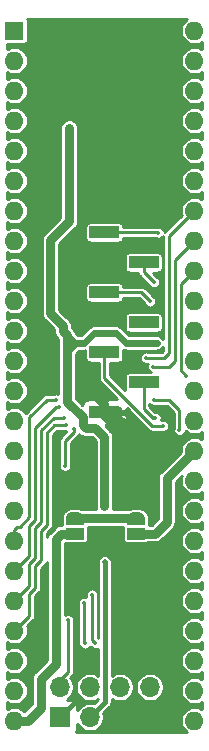
<source format=gbr>
G04 #@! TF.GenerationSoftware,KiCad,Pcbnew,(5.1.5)-3*
G04 #@! TF.CreationDate,2020-09-09T09:45:17-04:00*
G04 #@! TF.ProjectId,DIP48-XC9572XL,44495034-382d-4584-9339-353732584c2e,1*
G04 #@! TF.SameCoordinates,Original*
G04 #@! TF.FileFunction,Copper,L1,Top*
G04 #@! TF.FilePolarity,Positive*
%FSLAX46Y46*%
G04 Gerber Fmt 4.6, Leading zero omitted, Abs format (unit mm)*
G04 Created by KiCad (PCBNEW (5.1.5)-3) date 2020-09-09 09:45:17*
%MOMM*%
%LPD*%
G04 APERTURE LIST*
%ADD10R,1.700000X1.700000*%
%ADD11O,1.700000X1.700000*%
%ADD12R,1.600000X1.600000*%
%ADD13O,1.600000X1.600000*%
%ADD14C,0.100000*%
%ADD15R,1.500000X1.000000*%
%ADD16R,2.510000X1.000000*%
%ADD17C,0.500000*%
%ADD18C,0.350000*%
%ADD19C,0.400000*%
%ADD20C,0.439000*%
%ADD21C,0.588000*%
%ADD22C,0.800000*%
%ADD23C,0.295000*%
%ADD24C,0.234000*%
G04 APERTURE END LIST*
D10*
X85750400Y-105930700D03*
D11*
X85750400Y-103390700D03*
X88290400Y-105930700D03*
X88290400Y-103390700D03*
X90830400Y-103390700D03*
X93370400Y-103390700D03*
D12*
X81910501Y-47803001D03*
D13*
X97150501Y-106223001D03*
X81910501Y-50343001D03*
X97150501Y-103683001D03*
X81910501Y-52883001D03*
X97150501Y-101143001D03*
X81910501Y-55423001D03*
X97150501Y-98603001D03*
X81910501Y-57963001D03*
X97150501Y-96063001D03*
X81910501Y-60503001D03*
X97150501Y-93523001D03*
X81910501Y-63043001D03*
X97150501Y-90983001D03*
X81910501Y-65583001D03*
X97150501Y-88443001D03*
X81910501Y-68123001D03*
X97150501Y-85903001D03*
X81910501Y-70663001D03*
X97150501Y-83363001D03*
X81910501Y-73203001D03*
X97150501Y-80823001D03*
X81910501Y-75743001D03*
X97150501Y-78283001D03*
X81910501Y-78283001D03*
X97150501Y-75743001D03*
X81910501Y-80823001D03*
X97150501Y-73203001D03*
X81910501Y-83363001D03*
X97150501Y-70663001D03*
X81910501Y-85903001D03*
X97150501Y-68123001D03*
X81910501Y-88443001D03*
X97150501Y-65583001D03*
X81910501Y-90983001D03*
X97150501Y-63043001D03*
X81910501Y-93523001D03*
X97150501Y-60503001D03*
X81910501Y-96063001D03*
X97150501Y-57963001D03*
X81910501Y-98603001D03*
X97150501Y-55423001D03*
X81910501Y-101143001D03*
X97150501Y-52883001D03*
X81910501Y-103683001D03*
X97150501Y-50343001D03*
X81910501Y-106223001D03*
X97150501Y-47803001D03*
G04 #@! TA.AperFunction,SMDPad,CuDef*
D14*
G36*
X87770400Y-91135900D02*
G01*
X87770400Y-91685900D01*
X87769798Y-91685900D01*
X87769798Y-91710434D01*
X87764988Y-91759265D01*
X87755416Y-91807390D01*
X87741172Y-91854345D01*
X87722395Y-91899678D01*
X87699264Y-91942951D01*
X87672004Y-91983750D01*
X87640876Y-92021679D01*
X87606179Y-92056376D01*
X87568250Y-92087504D01*
X87527451Y-92114764D01*
X87484178Y-92137895D01*
X87438845Y-92156672D01*
X87391890Y-92170916D01*
X87343765Y-92180488D01*
X87294934Y-92185298D01*
X87270400Y-92185298D01*
X87270400Y-92185900D01*
X86770400Y-92185900D01*
X86770400Y-92185298D01*
X86745866Y-92185298D01*
X86697035Y-92180488D01*
X86648910Y-92170916D01*
X86601955Y-92156672D01*
X86556622Y-92137895D01*
X86513349Y-92114764D01*
X86472550Y-92087504D01*
X86434621Y-92056376D01*
X86399924Y-92021679D01*
X86368796Y-91983750D01*
X86341536Y-91942951D01*
X86318405Y-91899678D01*
X86299628Y-91854345D01*
X86285384Y-91807390D01*
X86275812Y-91759265D01*
X86271002Y-91710434D01*
X86271002Y-91685900D01*
X86270400Y-91685900D01*
X86270400Y-91135900D01*
X87770400Y-91135900D01*
G37*
G04 #@! TD.AperFunction*
G04 #@! TA.AperFunction,SMDPad,CuDef*
G36*
X86271002Y-89085900D02*
G01*
X86271002Y-89061366D01*
X86275812Y-89012535D01*
X86285384Y-88964410D01*
X86299628Y-88917455D01*
X86318405Y-88872122D01*
X86341536Y-88828849D01*
X86368796Y-88788050D01*
X86399924Y-88750121D01*
X86434621Y-88715424D01*
X86472550Y-88684296D01*
X86513349Y-88657036D01*
X86556622Y-88633905D01*
X86601955Y-88615128D01*
X86648910Y-88600884D01*
X86697035Y-88591312D01*
X86745866Y-88586502D01*
X86770400Y-88586502D01*
X86770400Y-88585900D01*
X87270400Y-88585900D01*
X87270400Y-88586502D01*
X87294934Y-88586502D01*
X87343765Y-88591312D01*
X87391890Y-88600884D01*
X87438845Y-88615128D01*
X87484178Y-88633905D01*
X87527451Y-88657036D01*
X87568250Y-88684296D01*
X87606179Y-88715424D01*
X87640876Y-88750121D01*
X87672004Y-88788050D01*
X87699264Y-88828849D01*
X87722395Y-88872122D01*
X87741172Y-88917455D01*
X87755416Y-88964410D01*
X87764988Y-89012535D01*
X87769798Y-89061366D01*
X87769798Y-89085900D01*
X87770400Y-89085900D01*
X87770400Y-89635900D01*
X86270400Y-89635900D01*
X86270400Y-89085900D01*
X86271002Y-89085900D01*
G37*
G04 #@! TD.AperFunction*
D15*
X87020400Y-90385900D03*
X92202000Y-90385900D03*
G04 #@! TA.AperFunction,SMDPad,CuDef*
D14*
G36*
X91452602Y-89085900D02*
G01*
X91452602Y-89061366D01*
X91457412Y-89012535D01*
X91466984Y-88964410D01*
X91481228Y-88917455D01*
X91500005Y-88872122D01*
X91523136Y-88828849D01*
X91550396Y-88788050D01*
X91581524Y-88750121D01*
X91616221Y-88715424D01*
X91654150Y-88684296D01*
X91694949Y-88657036D01*
X91738222Y-88633905D01*
X91783555Y-88615128D01*
X91830510Y-88600884D01*
X91878635Y-88591312D01*
X91927466Y-88586502D01*
X91952000Y-88586502D01*
X91952000Y-88585900D01*
X92452000Y-88585900D01*
X92452000Y-88586502D01*
X92476534Y-88586502D01*
X92525365Y-88591312D01*
X92573490Y-88600884D01*
X92620445Y-88615128D01*
X92665778Y-88633905D01*
X92709051Y-88657036D01*
X92749850Y-88684296D01*
X92787779Y-88715424D01*
X92822476Y-88750121D01*
X92853604Y-88788050D01*
X92880864Y-88828849D01*
X92903995Y-88872122D01*
X92922772Y-88917455D01*
X92937016Y-88964410D01*
X92946588Y-89012535D01*
X92951398Y-89061366D01*
X92951398Y-89085900D01*
X92952000Y-89085900D01*
X92952000Y-89635900D01*
X91452000Y-89635900D01*
X91452000Y-89085900D01*
X91452602Y-89085900D01*
G37*
G04 #@! TD.AperFunction*
G04 #@! TA.AperFunction,SMDPad,CuDef*
G36*
X92952000Y-91135900D02*
G01*
X92952000Y-91685900D01*
X92951398Y-91685900D01*
X92951398Y-91710434D01*
X92946588Y-91759265D01*
X92937016Y-91807390D01*
X92922772Y-91854345D01*
X92903995Y-91899678D01*
X92880864Y-91942951D01*
X92853604Y-91983750D01*
X92822476Y-92021679D01*
X92787779Y-92056376D01*
X92749850Y-92087504D01*
X92709051Y-92114764D01*
X92665778Y-92137895D01*
X92620445Y-92156672D01*
X92573490Y-92170916D01*
X92525365Y-92180488D01*
X92476534Y-92185298D01*
X92452000Y-92185298D01*
X92452000Y-92185900D01*
X91952000Y-92185900D01*
X91952000Y-92185298D01*
X91927466Y-92185298D01*
X91878635Y-92180488D01*
X91830510Y-92170916D01*
X91783555Y-92156672D01*
X91738222Y-92137895D01*
X91694949Y-92114764D01*
X91654150Y-92087504D01*
X91616221Y-92056376D01*
X91581524Y-92021679D01*
X91550396Y-91983750D01*
X91523136Y-91942951D01*
X91500005Y-91899678D01*
X91481228Y-91854345D01*
X91466984Y-91807390D01*
X91457412Y-91759265D01*
X91452602Y-91710434D01*
X91452602Y-91685900D01*
X91452000Y-91685900D01*
X91452000Y-91135900D01*
X92952000Y-91135900D01*
G37*
G04 #@! TD.AperFunction*
D16*
X92841000Y-77597000D03*
X92841000Y-72517000D03*
X92841000Y-67437000D03*
X89531000Y-80137000D03*
X89531000Y-75057000D03*
X89531000Y-69977000D03*
X89531000Y-64897000D03*
D17*
X91269810Y-81386690D03*
X87621000Y-67446000D03*
X90043000Y-55880000D03*
X87254010Y-72898000D03*
X85344000Y-74808010D03*
X82613500Y-77025500D03*
X87360010Y-75279452D03*
X93853000Y-79756000D03*
X90535010Y-88074500D03*
X90559100Y-91685900D03*
X85407500Y-87820500D03*
X84391500Y-100838000D03*
X83121500Y-104711500D03*
X90551000Y-76708000D03*
X94742000Y-59182000D03*
X95059500Y-61341000D03*
X95377000Y-63436500D03*
X84074000Y-58737500D03*
X83756500Y-61087000D03*
X83693000Y-63436500D03*
X83439000Y-65849500D03*
X93599000Y-65976500D03*
X92964000Y-98488500D03*
X94488000Y-83566000D03*
X89872810Y-79989690D03*
X87020400Y-95859600D03*
X86550500Y-56070500D03*
X86360000Y-78740000D03*
X86550500Y-63944500D03*
X88772300Y-81471200D03*
X89027000Y-73406000D03*
X89535000Y-88074500D03*
X89560899Y-92811101D03*
X93958910Y-74252590D03*
D18*
X85407500Y-79057500D03*
X85661500Y-79692500D03*
X86106000Y-80581500D03*
X86244302Y-81216500D03*
X93726000Y-79057500D03*
X95885000Y-81661000D03*
X93673410Y-76252590D03*
X96456500Y-77025500D03*
X93027500Y-75501500D03*
X88519000Y-89090500D03*
X93848302Y-80581500D03*
X92504999Y-72785501D03*
X93711500Y-69102500D03*
X94488000Y-81280000D03*
X93408500Y-70739000D03*
X94099790Y-64904210D03*
X86423500Y-97726500D03*
X86931500Y-81534000D03*
X86169500Y-84645500D03*
X88455500Y-95567500D03*
X88773000Y-99695000D03*
X87820500Y-96266000D03*
X87884000Y-99695000D03*
D19*
X85750400Y-105930700D02*
X85839300Y-105930700D01*
D20*
X87019901Y-104661199D02*
X87019901Y-102450401D01*
X85750400Y-105930700D02*
X87019901Y-104661199D01*
X87020400Y-102449902D02*
X87020400Y-95859600D01*
X87019901Y-102450401D02*
X87020400Y-102449902D01*
D21*
X90043000Y-55880000D02*
X90043000Y-55880000D01*
D20*
X91269810Y-81386690D02*
X91269810Y-80982810D01*
X91269810Y-80982810D02*
X90805000Y-80518000D01*
X90805000Y-80391000D02*
X90805000Y-79883000D01*
D21*
X87254010Y-72898000D02*
X87254010Y-72898000D01*
D20*
X91519809Y-81636689D02*
X91542689Y-81636689D01*
X91269810Y-81386690D02*
X91519809Y-81636689D01*
X91542689Y-81636689D02*
X91855501Y-81949501D01*
X83126510Y-77025500D02*
X85344000Y-74808010D01*
X82613500Y-77025500D02*
X83126510Y-77025500D01*
X88836500Y-80327500D02*
X89531000Y-80327500D01*
D22*
X87004011Y-72648001D02*
X87254010Y-72898000D01*
X87004011Y-68416542D02*
X87004011Y-72648001D01*
X87621000Y-67446000D02*
X87621000Y-67799553D01*
X87621000Y-67799553D02*
X87004011Y-68416542D01*
X87020400Y-91685900D02*
X90559100Y-91685900D01*
X90813100Y-91685900D02*
X92202000Y-91685900D01*
X91269810Y-81740243D02*
X91269810Y-81386690D01*
X91269810Y-81386690D02*
X90590190Y-81386690D01*
X91269810Y-83101190D02*
X91269810Y-82535192D01*
X91269810Y-83101190D02*
X91269810Y-81740243D01*
X91269810Y-82535192D02*
X91855501Y-81949501D01*
X91269810Y-86697810D02*
X91269810Y-83101190D01*
X89531000Y-80327500D02*
X89531000Y-79434500D01*
X89531000Y-79434500D02*
X87360010Y-77263510D01*
X87360010Y-77249217D02*
X87360010Y-75279452D01*
X87360010Y-77263510D02*
X87360010Y-77249217D01*
X87360010Y-75279452D02*
X87360010Y-75279452D01*
X87621000Y-67446000D02*
X87621000Y-61350000D01*
X90043000Y-58928000D02*
X90043000Y-55880000D01*
X87621000Y-61350000D02*
X90043000Y-58928000D01*
X89531000Y-79647880D02*
X89872810Y-79989690D01*
X89531000Y-79434500D02*
X89531000Y-79647880D01*
X90367067Y-80837500D02*
X91269810Y-81740243D01*
X90041000Y-80837500D02*
X90367067Y-80837500D01*
X90041000Y-80837500D02*
X89531000Y-80327500D01*
X90590190Y-81386690D02*
X90041000Y-80837500D01*
D20*
X94206553Y-79756000D02*
X93853000Y-79756000D01*
X95082501Y-80631948D02*
X94206553Y-79756000D01*
X95082501Y-81565361D02*
X95082501Y-80631948D01*
X94698361Y-81949501D02*
X95082501Y-81565361D01*
X91855501Y-81949501D02*
X94698361Y-81949501D01*
D22*
X91269810Y-86697810D02*
X91269810Y-86720690D01*
X91269810Y-86720690D02*
X90868500Y-87122000D01*
X90868500Y-87122000D02*
X90535010Y-87455490D01*
X90535010Y-87455490D02*
X90535010Y-88074500D01*
X90535010Y-88074500D02*
X90535010Y-88074500D01*
X90559100Y-91685900D02*
X90813100Y-91685900D01*
X89872810Y-79989690D02*
X91269810Y-81386690D01*
D20*
X87020400Y-95859600D02*
X87020400Y-91685900D01*
X89560899Y-104660201D02*
X89560899Y-102451399D01*
X88290400Y-105930700D02*
X89560899Y-104660201D01*
X89560899Y-102451399D02*
X89560899Y-101244899D01*
X89560899Y-101244899D02*
X89560899Y-101244899D01*
D22*
X86360000Y-76835000D02*
X86360000Y-78740000D01*
X86360000Y-78740000D02*
X86360000Y-78740000D01*
D20*
X87204100Y-74276400D02*
X86360000Y-75120500D01*
X87204100Y-74250100D02*
X87204100Y-74276400D01*
D22*
X86360000Y-73596500D02*
X86360000Y-75120500D01*
X86360000Y-75120500D02*
X86360000Y-76835000D01*
X86550500Y-56070500D02*
X86550500Y-60769500D01*
X86550500Y-60769500D02*
X86550500Y-63944500D01*
X86550500Y-63944500D02*
X86550500Y-63944500D01*
X86004001Y-72796001D02*
X86004001Y-73240501D01*
X84963000Y-71755000D02*
X86004001Y-72796001D01*
X84963000Y-65532000D02*
X84963000Y-71755000D01*
X86004001Y-73240501D02*
X86360000Y-73596500D01*
X86550500Y-63944500D02*
X84963000Y-65532000D01*
D20*
X89560899Y-101244899D02*
X89560899Y-98895399D01*
D22*
X87675999Y-80559997D02*
X87675999Y-81198999D01*
X86360000Y-78740000D02*
X86360000Y-79243998D01*
X86360000Y-79243998D02*
X87675999Y-80559997D01*
X87948200Y-81471200D02*
X88772300Y-81471200D01*
X87675999Y-81198999D02*
X87948200Y-81471200D01*
D20*
X89560899Y-98895399D02*
X89560899Y-92811101D01*
D22*
X88772300Y-81471200D02*
X89535000Y-82233900D01*
X89535000Y-82233900D02*
X89535000Y-88074500D01*
D20*
X89027000Y-73406000D02*
X89027000Y-73406000D01*
D22*
X89535000Y-88074500D02*
X89535000Y-88074500D01*
X89535000Y-88074500D02*
X89535000Y-88074500D01*
D20*
X89560899Y-92811101D02*
X89560899Y-92811101D01*
D21*
X93605357Y-74252590D02*
X93958910Y-74252590D01*
X90518001Y-73406000D02*
X91364591Y-74252590D01*
X91364591Y-74252590D02*
X93605357Y-74252590D01*
X89027000Y-73406000D02*
X90518001Y-73406000D01*
X88673447Y-73406000D02*
X87829347Y-74250100D01*
X87829347Y-74250100D02*
X87204100Y-74250100D01*
X89027000Y-73406000D02*
X88673447Y-73406000D01*
X87013600Y-74250100D02*
X86360000Y-73596500D01*
X87204100Y-74250100D02*
X87013600Y-74250100D01*
D23*
X94845372Y-79057500D02*
X94805500Y-79057500D01*
X94805500Y-79057500D02*
X93726000Y-79057500D01*
X94805500Y-79057500D02*
X94996000Y-79057500D01*
X94996000Y-79057500D02*
X95885000Y-79946500D01*
X95885000Y-79946500D02*
X95885000Y-81661000D01*
X95885000Y-81661000D02*
X95885000Y-81661000D01*
D20*
X92684600Y-90385900D02*
X92202000Y-90385900D01*
D22*
X92202000Y-90385900D02*
X93827600Y-90385900D01*
X93827600Y-90385900D02*
X94805500Y-89408000D01*
X94805500Y-85708002D02*
X97150501Y-83363001D01*
X94805500Y-89408000D02*
X94805500Y-85708002D01*
D23*
X96350502Y-68923000D02*
X97150501Y-68123001D01*
X96003000Y-76572000D02*
X96003000Y-69270502D01*
X96003000Y-69270502D02*
X96350502Y-68923000D01*
X96456500Y-77025500D02*
X96003000Y-76572000D01*
X93673410Y-76252590D02*
X95006910Y-76252590D01*
X95006910Y-76252590D02*
X95507990Y-75751510D01*
X95507990Y-67225512D02*
X97150501Y-65583001D01*
X95507990Y-75751510D02*
X95507990Y-67225512D01*
X84645500Y-79057500D02*
X85407500Y-79057500D01*
X83185000Y-89027000D02*
X83185000Y-80518000D01*
X82359500Y-89852500D02*
X83185000Y-89027000D01*
X83185000Y-80518000D02*
X84645500Y-79057500D01*
X81910501Y-90983001D02*
X81910501Y-90110999D01*
X82169000Y-89852500D02*
X82359500Y-89852500D01*
X81910501Y-90110999D02*
X82169000Y-89852500D01*
X93027500Y-75501500D02*
X94615000Y-75501500D01*
X94615000Y-75501500D02*
X95012980Y-75103520D01*
X95012980Y-65180522D02*
X97150501Y-63043001D01*
X95012980Y-75103520D02*
X95012980Y-65180522D01*
X85414013Y-79692500D02*
X83680010Y-81426503D01*
X85661500Y-79692500D02*
X85414013Y-79692500D01*
X83680010Y-81426503D02*
X83680010Y-89232039D01*
X83185000Y-92248502D02*
X81910501Y-93523001D01*
X83680010Y-89232039D02*
X83185000Y-89727048D01*
X83185000Y-89727048D02*
X83185000Y-92248502D01*
X83185000Y-94788502D02*
X81910501Y-96063001D01*
X83185000Y-92948550D02*
X83185000Y-94788502D01*
X85225061Y-80581500D02*
X84175020Y-81631541D01*
X83680010Y-92453541D02*
X83185000Y-92948550D01*
X86106000Y-80581500D02*
X85225061Y-80581500D01*
X84175020Y-89437078D02*
X83680010Y-89932088D01*
X84175020Y-81631541D02*
X84175020Y-89437078D01*
X83680010Y-89932088D02*
X83680010Y-92453541D01*
X83185000Y-97328502D02*
X81910501Y-98603001D01*
X83680010Y-94993541D02*
X83185000Y-95488551D01*
X83680010Y-93153590D02*
X83680010Y-94993541D01*
X84175020Y-92658580D02*
X83680010Y-93153590D01*
X84670030Y-81836579D02*
X84670030Y-89642117D01*
X86244302Y-81216500D02*
X85290109Y-81216500D01*
X83185000Y-95488551D02*
X83185000Y-97328502D01*
X84670030Y-89642117D02*
X84175020Y-90137126D01*
X85290109Y-81216500D02*
X84670030Y-81836579D01*
X84175020Y-90137126D02*
X84175020Y-92658580D01*
D22*
X85890100Y-90385900D02*
X87020400Y-90385900D01*
X83041871Y-106223001D02*
X84137500Y-105127372D01*
X81910501Y-106223001D02*
X83041871Y-106223001D01*
X84137500Y-102679500D02*
X85407500Y-101409500D01*
X84137500Y-105127372D02*
X84137500Y-102679500D01*
X85407500Y-90868500D02*
X85890100Y-90385900D01*
X85407500Y-101409500D02*
X85407500Y-90868500D01*
X87020400Y-89085900D02*
X92202000Y-89085900D01*
D23*
X92841000Y-78392000D02*
X92841000Y-77597000D01*
X92841000Y-79821685D02*
X92841000Y-78392000D01*
X93600815Y-80581500D02*
X92841000Y-79821685D01*
X93848302Y-80581500D02*
X93600815Y-80581500D01*
X92841000Y-68232000D02*
X93711500Y-69102500D01*
X92841000Y-67437000D02*
X92841000Y-68232000D01*
X89531000Y-75852000D02*
X89531000Y-75057000D01*
X89531000Y-77211733D02*
X89531000Y-75852000D01*
X93599267Y-81280000D02*
X89531000Y-77211733D01*
X94488000Y-81280000D02*
X93599267Y-81280000D01*
X93408500Y-70739000D02*
X93408500Y-70739000D01*
X92646500Y-69977000D02*
X93408500Y-70739000D01*
X89531000Y-69977000D02*
X92646500Y-69977000D01*
X94092580Y-64897000D02*
X94099790Y-64904210D01*
X89531000Y-64897000D02*
X94092580Y-64897000D01*
X86423500Y-97726500D02*
X86423500Y-102108000D01*
X85750400Y-102781100D02*
X85750400Y-103390700D01*
X86423500Y-102108000D02*
X85750400Y-102781100D01*
X86931500Y-81781487D02*
X86169500Y-82543487D01*
X86931500Y-81534000D02*
X86931500Y-81781487D01*
X86169500Y-82543487D02*
X86169500Y-84645500D01*
X86169500Y-84645500D02*
X86169500Y-84645500D01*
X88455500Y-99377500D02*
X88773000Y-99695000D01*
X88455500Y-95567500D02*
X88455500Y-99377500D01*
X87820500Y-99631500D02*
X87884000Y-99695000D01*
X87820500Y-96266000D02*
X87820500Y-99631500D01*
D24*
G36*
X96043733Y-85567267D02*
G01*
X95999501Y-85789637D01*
X95999501Y-86016365D01*
X96043733Y-86238735D01*
X96130498Y-86448204D01*
X96256461Y-86636721D01*
X96416781Y-86797041D01*
X96605298Y-86923004D01*
X96814767Y-87009769D01*
X97037137Y-87054001D01*
X97263865Y-87054001D01*
X97486235Y-87009769D01*
X97695704Y-86923004D01*
X97770001Y-86873361D01*
X97770001Y-87472641D01*
X97695704Y-87422998D01*
X97486235Y-87336233D01*
X97263865Y-87292001D01*
X97037137Y-87292001D01*
X96814767Y-87336233D01*
X96605298Y-87422998D01*
X96416781Y-87548961D01*
X96256461Y-87709281D01*
X96130498Y-87897798D01*
X96043733Y-88107267D01*
X95999501Y-88329637D01*
X95999501Y-88556365D01*
X96043733Y-88778735D01*
X96130498Y-88988204D01*
X96256461Y-89176721D01*
X96416781Y-89337041D01*
X96605298Y-89463004D01*
X96814767Y-89549769D01*
X97037137Y-89594001D01*
X97263865Y-89594001D01*
X97486235Y-89549769D01*
X97695704Y-89463004D01*
X97770001Y-89413361D01*
X97770001Y-90012641D01*
X97695704Y-89962998D01*
X97486235Y-89876233D01*
X97263865Y-89832001D01*
X97037137Y-89832001D01*
X96814767Y-89876233D01*
X96605298Y-89962998D01*
X96416781Y-90088961D01*
X96256461Y-90249281D01*
X96130498Y-90437798D01*
X96043733Y-90647267D01*
X95999501Y-90869637D01*
X95999501Y-91096365D01*
X96043733Y-91318735D01*
X96130498Y-91528204D01*
X96256461Y-91716721D01*
X96416781Y-91877041D01*
X96605298Y-92003004D01*
X96814767Y-92089769D01*
X97037137Y-92134001D01*
X97263865Y-92134001D01*
X97486235Y-92089769D01*
X97695704Y-92003004D01*
X97770001Y-91953361D01*
X97770001Y-92552641D01*
X97695704Y-92502998D01*
X97486235Y-92416233D01*
X97263865Y-92372001D01*
X97037137Y-92372001D01*
X96814767Y-92416233D01*
X96605298Y-92502998D01*
X96416781Y-92628961D01*
X96256461Y-92789281D01*
X96130498Y-92977798D01*
X96043733Y-93187267D01*
X95999501Y-93409637D01*
X95999501Y-93636365D01*
X96043733Y-93858735D01*
X96130498Y-94068204D01*
X96256461Y-94256721D01*
X96416781Y-94417041D01*
X96605298Y-94543004D01*
X96814767Y-94629769D01*
X97037137Y-94674001D01*
X97263865Y-94674001D01*
X97486235Y-94629769D01*
X97695704Y-94543004D01*
X97770001Y-94493360D01*
X97770001Y-95092642D01*
X97695704Y-95042998D01*
X97486235Y-94956233D01*
X97263865Y-94912001D01*
X97037137Y-94912001D01*
X96814767Y-94956233D01*
X96605298Y-95042998D01*
X96416781Y-95168961D01*
X96256461Y-95329281D01*
X96130498Y-95517798D01*
X96043733Y-95727267D01*
X95999501Y-95949637D01*
X95999501Y-96176365D01*
X96043733Y-96398735D01*
X96130498Y-96608204D01*
X96256461Y-96796721D01*
X96416781Y-96957041D01*
X96605298Y-97083004D01*
X96814767Y-97169769D01*
X97037137Y-97214001D01*
X97263865Y-97214001D01*
X97486235Y-97169769D01*
X97695704Y-97083004D01*
X97770001Y-97033360D01*
X97770001Y-97632642D01*
X97695704Y-97582998D01*
X97486235Y-97496233D01*
X97263865Y-97452001D01*
X97037137Y-97452001D01*
X96814767Y-97496233D01*
X96605298Y-97582998D01*
X96416781Y-97708961D01*
X96256461Y-97869281D01*
X96130498Y-98057798D01*
X96043733Y-98267267D01*
X95999501Y-98489637D01*
X95999501Y-98716365D01*
X96043733Y-98938735D01*
X96130498Y-99148204D01*
X96256461Y-99336721D01*
X96416781Y-99497041D01*
X96605298Y-99623004D01*
X96814767Y-99709769D01*
X97037137Y-99754001D01*
X97263865Y-99754001D01*
X97486235Y-99709769D01*
X97695704Y-99623004D01*
X97770001Y-99573360D01*
X97770001Y-100172642D01*
X97695704Y-100122998D01*
X97486235Y-100036233D01*
X97263865Y-99992001D01*
X97037137Y-99992001D01*
X96814767Y-100036233D01*
X96605298Y-100122998D01*
X96416781Y-100248961D01*
X96256461Y-100409281D01*
X96130498Y-100597798D01*
X96043733Y-100807267D01*
X95999501Y-101029637D01*
X95999501Y-101256365D01*
X96043733Y-101478735D01*
X96130498Y-101688204D01*
X96256461Y-101876721D01*
X96416781Y-102037041D01*
X96605298Y-102163004D01*
X96814767Y-102249769D01*
X97037137Y-102294001D01*
X97263865Y-102294001D01*
X97486235Y-102249769D01*
X97695704Y-102163004D01*
X97770001Y-102113360D01*
X97770001Y-102712642D01*
X97695704Y-102662998D01*
X97486235Y-102576233D01*
X97263865Y-102532001D01*
X97037137Y-102532001D01*
X96814767Y-102576233D01*
X96605298Y-102662998D01*
X96416781Y-102788961D01*
X96256461Y-102949281D01*
X96130498Y-103137798D01*
X96043733Y-103347267D01*
X95999501Y-103569637D01*
X95999501Y-103796365D01*
X96043733Y-104018735D01*
X96130498Y-104228204D01*
X96256461Y-104416721D01*
X96416781Y-104577041D01*
X96605298Y-104703004D01*
X96814767Y-104789769D01*
X97037137Y-104834001D01*
X97263865Y-104834001D01*
X97486235Y-104789769D01*
X97695704Y-104703004D01*
X97770001Y-104653360D01*
X97770001Y-105252642D01*
X97695704Y-105202998D01*
X97486235Y-105116233D01*
X97263865Y-105072001D01*
X97037137Y-105072001D01*
X96814767Y-105116233D01*
X96605298Y-105202998D01*
X96416781Y-105328961D01*
X96256461Y-105489281D01*
X96130498Y-105677798D01*
X96043733Y-105887267D01*
X95999501Y-106109637D01*
X95999501Y-106336365D01*
X96043733Y-106558735D01*
X96130498Y-106768204D01*
X96256461Y-106956721D01*
X96416781Y-107117041D01*
X96493047Y-107168000D01*
X87091078Y-107168000D01*
X87122583Y-107129611D01*
X87180619Y-107021034D01*
X87216357Y-106903221D01*
X87228424Y-106780700D01*
X87226904Y-106500808D01*
X87357522Y-106696293D01*
X87524807Y-106863578D01*
X87721513Y-106995012D01*
X87940081Y-107085546D01*
X88172112Y-107131700D01*
X88408688Y-107131700D01*
X88640719Y-107085546D01*
X88859287Y-106995012D01*
X89055993Y-106863578D01*
X89223278Y-106696293D01*
X89354712Y-106499587D01*
X89445246Y-106281019D01*
X89491400Y-106048988D01*
X89491400Y-105812412D01*
X89445625Y-105582284D01*
X89944491Y-105083418D01*
X89966255Y-105065557D01*
X89984118Y-105043791D01*
X90037547Y-104978688D01*
X90090522Y-104879578D01*
X90102956Y-104838588D01*
X90123144Y-104772038D01*
X90131399Y-104688224D01*
X90131399Y-104688221D01*
X90134159Y-104660201D01*
X90131399Y-104632181D01*
X90131399Y-104368073D01*
X90261513Y-104455012D01*
X90480081Y-104545546D01*
X90712112Y-104591700D01*
X90948688Y-104591700D01*
X91180719Y-104545546D01*
X91399287Y-104455012D01*
X91595993Y-104323578D01*
X91763278Y-104156293D01*
X91894712Y-103959587D01*
X91985246Y-103741019D01*
X92031400Y-103508988D01*
X92031400Y-103272412D01*
X92169400Y-103272412D01*
X92169400Y-103508988D01*
X92215554Y-103741019D01*
X92306088Y-103959587D01*
X92437522Y-104156293D01*
X92604807Y-104323578D01*
X92801513Y-104455012D01*
X93020081Y-104545546D01*
X93252112Y-104591700D01*
X93488688Y-104591700D01*
X93720719Y-104545546D01*
X93939287Y-104455012D01*
X94135993Y-104323578D01*
X94303278Y-104156293D01*
X94434712Y-103959587D01*
X94525246Y-103741019D01*
X94571400Y-103508988D01*
X94571400Y-103272412D01*
X94525246Y-103040381D01*
X94434712Y-102821813D01*
X94303278Y-102625107D01*
X94135993Y-102457822D01*
X93939287Y-102326388D01*
X93720719Y-102235854D01*
X93488688Y-102189700D01*
X93252112Y-102189700D01*
X93020081Y-102235854D01*
X92801513Y-102326388D01*
X92604807Y-102457822D01*
X92437522Y-102625107D01*
X92306088Y-102821813D01*
X92215554Y-103040381D01*
X92169400Y-103272412D01*
X92031400Y-103272412D01*
X91985246Y-103040381D01*
X91894712Y-102821813D01*
X91763278Y-102625107D01*
X91595993Y-102457822D01*
X91399287Y-102326388D01*
X91180719Y-102235854D01*
X90948688Y-102189700D01*
X90712112Y-102189700D01*
X90480081Y-102235854D01*
X90261513Y-102326388D01*
X90131399Y-102413327D01*
X90131399Y-101272921D01*
X90134159Y-101244899D01*
X90131399Y-101216876D01*
X90131399Y-93004281D01*
X90138803Y-92986406D01*
X90161899Y-92870294D01*
X90161899Y-92751908D01*
X90138803Y-92635796D01*
X90093498Y-92526421D01*
X90027726Y-92427986D01*
X89944014Y-92344274D01*
X89845579Y-92278502D01*
X89736204Y-92233197D01*
X89620092Y-92210101D01*
X89501706Y-92210101D01*
X89385594Y-92233197D01*
X89276219Y-92278502D01*
X89177784Y-92344274D01*
X89094072Y-92427986D01*
X89028300Y-92526421D01*
X88982995Y-92635796D01*
X88959899Y-92751908D01*
X88959899Y-92870294D01*
X88982995Y-92986406D01*
X88990400Y-93004283D01*
X88990399Y-98923421D01*
X88990400Y-98923431D01*
X88990400Y-99207415D01*
X88954000Y-99171015D01*
X88954000Y-95738519D01*
X88961286Y-95720929D01*
X88981500Y-95619306D01*
X88981500Y-95515694D01*
X88961286Y-95414071D01*
X88921635Y-95318346D01*
X88864071Y-95232195D01*
X88790805Y-95158929D01*
X88704654Y-95101365D01*
X88608929Y-95061714D01*
X88507306Y-95041500D01*
X88403694Y-95041500D01*
X88302071Y-95061714D01*
X88206346Y-95101365D01*
X88120195Y-95158929D01*
X88046929Y-95232195D01*
X87989365Y-95318346D01*
X87949714Y-95414071D01*
X87929500Y-95515694D01*
X87929500Y-95619306D01*
X87949714Y-95720929D01*
X87957000Y-95738519D01*
X87957000Y-95756847D01*
X87872306Y-95740000D01*
X87768694Y-95740000D01*
X87667071Y-95760214D01*
X87571346Y-95799865D01*
X87485195Y-95857429D01*
X87411929Y-95930695D01*
X87354365Y-96016846D01*
X87314714Y-96112571D01*
X87294500Y-96214194D01*
X87294500Y-96317806D01*
X87314714Y-96419429D01*
X87322000Y-96437019D01*
X87322001Y-99607009D01*
X87319589Y-99631500D01*
X87329213Y-99729222D01*
X87357718Y-99823190D01*
X87357719Y-99823191D01*
X87402336Y-99906663D01*
X87417865Y-99944154D01*
X87475429Y-100030305D01*
X87548695Y-100103571D01*
X87634846Y-100161135D01*
X87730571Y-100200786D01*
X87832194Y-100221000D01*
X87935806Y-100221000D01*
X88037429Y-100200786D01*
X88133154Y-100161135D01*
X88219305Y-100103571D01*
X88292571Y-100030305D01*
X88328500Y-99976533D01*
X88364429Y-100030305D01*
X88437695Y-100103571D01*
X88523846Y-100161135D01*
X88619571Y-100200786D01*
X88721194Y-100221000D01*
X88824806Y-100221000D01*
X88926429Y-100200786D01*
X88990399Y-100174288D01*
X88990399Y-101216876D01*
X88987639Y-101244899D01*
X88990400Y-101272931D01*
X88990399Y-102413994D01*
X88859287Y-102326388D01*
X88640719Y-102235854D01*
X88408688Y-102189700D01*
X88172112Y-102189700D01*
X87940081Y-102235854D01*
X87721513Y-102326388D01*
X87524807Y-102457822D01*
X87357522Y-102625107D01*
X87226088Y-102821813D01*
X87135554Y-103040381D01*
X87089400Y-103272412D01*
X87089400Y-103508988D01*
X87135554Y-103741019D01*
X87226088Y-103959587D01*
X87357522Y-104156293D01*
X87524807Y-104323578D01*
X87721513Y-104455012D01*
X87940081Y-104545546D01*
X88172112Y-104591700D01*
X88408688Y-104591700D01*
X88640719Y-104545546D01*
X88859287Y-104455012D01*
X88990399Y-104367406D01*
X88990399Y-104423892D01*
X88638816Y-104775475D01*
X88408688Y-104729700D01*
X88172112Y-104729700D01*
X87940081Y-104775854D01*
X87721513Y-104866388D01*
X87524807Y-104997822D01*
X87357522Y-105165107D01*
X87226904Y-105360592D01*
X87228424Y-105080700D01*
X87216357Y-104958179D01*
X87180619Y-104840366D01*
X87122583Y-104731789D01*
X87044480Y-104636620D01*
X86949311Y-104558517D01*
X86840734Y-104500481D01*
X86722921Y-104464743D01*
X86600400Y-104452676D01*
X86320508Y-104454196D01*
X86515993Y-104323578D01*
X86683278Y-104156293D01*
X86814712Y-103959587D01*
X86905246Y-103741019D01*
X86951400Y-103508988D01*
X86951400Y-103272412D01*
X86905246Y-103040381D01*
X86814712Y-102821813D01*
X86683278Y-102625107D01*
X86647328Y-102589157D01*
X86758675Y-102477810D01*
X86777698Y-102462198D01*
X86839993Y-102386292D01*
X86886282Y-102299691D01*
X86914787Y-102205723D01*
X86922000Y-102132489D01*
X86922000Y-102132482D01*
X86924411Y-102108001D01*
X86922000Y-102083519D01*
X86922000Y-97897519D01*
X86929286Y-97879929D01*
X86949500Y-97778306D01*
X86949500Y-97674694D01*
X86929286Y-97573071D01*
X86889635Y-97477346D01*
X86832071Y-97391195D01*
X86758805Y-97317929D01*
X86672654Y-97260365D01*
X86576929Y-97220714D01*
X86475306Y-97200500D01*
X86371694Y-97200500D01*
X86270071Y-97220714D01*
X86174346Y-97260365D01*
X86158500Y-97270953D01*
X86158500Y-91218749D01*
X86201592Y-91231821D01*
X86270400Y-91238598D01*
X87770400Y-91238598D01*
X87839208Y-91231821D01*
X87905372Y-91211750D01*
X87966349Y-91179158D01*
X88019795Y-91135295D01*
X88063658Y-91081849D01*
X88096250Y-91020872D01*
X88116321Y-90954708D01*
X88123098Y-90885900D01*
X88123098Y-89885900D01*
X88118272Y-89836900D01*
X91104128Y-89836900D01*
X91099302Y-89885900D01*
X91099302Y-90885900D01*
X91106079Y-90954708D01*
X91126150Y-91020872D01*
X91158742Y-91081849D01*
X91202605Y-91135295D01*
X91256051Y-91179158D01*
X91317028Y-91211750D01*
X91383192Y-91231821D01*
X91452000Y-91238598D01*
X92952000Y-91238598D01*
X93020808Y-91231821D01*
X93086972Y-91211750D01*
X93147949Y-91179158D01*
X93199439Y-91136900D01*
X93790724Y-91136900D01*
X93827600Y-91140532D01*
X93864476Y-91136900D01*
X93864487Y-91136900D01*
X93974822Y-91126033D01*
X94116386Y-91083090D01*
X94246852Y-91013354D01*
X94361206Y-90919506D01*
X94384721Y-90890853D01*
X95310455Y-89965119D01*
X95339106Y-89941606D01*
X95432954Y-89827252D01*
X95502690Y-89696786D01*
X95545633Y-89555222D01*
X95556500Y-89444887D01*
X95556500Y-89444877D01*
X95560132Y-89408001D01*
X95556500Y-89371125D01*
X95556500Y-86019076D01*
X96068781Y-85506795D01*
X96043733Y-85567267D01*
G37*
X96043733Y-85567267D02*
X95999501Y-85789637D01*
X95999501Y-86016365D01*
X96043733Y-86238735D01*
X96130498Y-86448204D01*
X96256461Y-86636721D01*
X96416781Y-86797041D01*
X96605298Y-86923004D01*
X96814767Y-87009769D01*
X97037137Y-87054001D01*
X97263865Y-87054001D01*
X97486235Y-87009769D01*
X97695704Y-86923004D01*
X97770001Y-86873361D01*
X97770001Y-87472641D01*
X97695704Y-87422998D01*
X97486235Y-87336233D01*
X97263865Y-87292001D01*
X97037137Y-87292001D01*
X96814767Y-87336233D01*
X96605298Y-87422998D01*
X96416781Y-87548961D01*
X96256461Y-87709281D01*
X96130498Y-87897798D01*
X96043733Y-88107267D01*
X95999501Y-88329637D01*
X95999501Y-88556365D01*
X96043733Y-88778735D01*
X96130498Y-88988204D01*
X96256461Y-89176721D01*
X96416781Y-89337041D01*
X96605298Y-89463004D01*
X96814767Y-89549769D01*
X97037137Y-89594001D01*
X97263865Y-89594001D01*
X97486235Y-89549769D01*
X97695704Y-89463004D01*
X97770001Y-89413361D01*
X97770001Y-90012641D01*
X97695704Y-89962998D01*
X97486235Y-89876233D01*
X97263865Y-89832001D01*
X97037137Y-89832001D01*
X96814767Y-89876233D01*
X96605298Y-89962998D01*
X96416781Y-90088961D01*
X96256461Y-90249281D01*
X96130498Y-90437798D01*
X96043733Y-90647267D01*
X95999501Y-90869637D01*
X95999501Y-91096365D01*
X96043733Y-91318735D01*
X96130498Y-91528204D01*
X96256461Y-91716721D01*
X96416781Y-91877041D01*
X96605298Y-92003004D01*
X96814767Y-92089769D01*
X97037137Y-92134001D01*
X97263865Y-92134001D01*
X97486235Y-92089769D01*
X97695704Y-92003004D01*
X97770001Y-91953361D01*
X97770001Y-92552641D01*
X97695704Y-92502998D01*
X97486235Y-92416233D01*
X97263865Y-92372001D01*
X97037137Y-92372001D01*
X96814767Y-92416233D01*
X96605298Y-92502998D01*
X96416781Y-92628961D01*
X96256461Y-92789281D01*
X96130498Y-92977798D01*
X96043733Y-93187267D01*
X95999501Y-93409637D01*
X95999501Y-93636365D01*
X96043733Y-93858735D01*
X96130498Y-94068204D01*
X96256461Y-94256721D01*
X96416781Y-94417041D01*
X96605298Y-94543004D01*
X96814767Y-94629769D01*
X97037137Y-94674001D01*
X97263865Y-94674001D01*
X97486235Y-94629769D01*
X97695704Y-94543004D01*
X97770001Y-94493360D01*
X97770001Y-95092642D01*
X97695704Y-95042998D01*
X97486235Y-94956233D01*
X97263865Y-94912001D01*
X97037137Y-94912001D01*
X96814767Y-94956233D01*
X96605298Y-95042998D01*
X96416781Y-95168961D01*
X96256461Y-95329281D01*
X96130498Y-95517798D01*
X96043733Y-95727267D01*
X95999501Y-95949637D01*
X95999501Y-96176365D01*
X96043733Y-96398735D01*
X96130498Y-96608204D01*
X96256461Y-96796721D01*
X96416781Y-96957041D01*
X96605298Y-97083004D01*
X96814767Y-97169769D01*
X97037137Y-97214001D01*
X97263865Y-97214001D01*
X97486235Y-97169769D01*
X97695704Y-97083004D01*
X97770001Y-97033360D01*
X97770001Y-97632642D01*
X97695704Y-97582998D01*
X97486235Y-97496233D01*
X97263865Y-97452001D01*
X97037137Y-97452001D01*
X96814767Y-97496233D01*
X96605298Y-97582998D01*
X96416781Y-97708961D01*
X96256461Y-97869281D01*
X96130498Y-98057798D01*
X96043733Y-98267267D01*
X95999501Y-98489637D01*
X95999501Y-98716365D01*
X96043733Y-98938735D01*
X96130498Y-99148204D01*
X96256461Y-99336721D01*
X96416781Y-99497041D01*
X96605298Y-99623004D01*
X96814767Y-99709769D01*
X97037137Y-99754001D01*
X97263865Y-99754001D01*
X97486235Y-99709769D01*
X97695704Y-99623004D01*
X97770001Y-99573360D01*
X97770001Y-100172642D01*
X97695704Y-100122998D01*
X97486235Y-100036233D01*
X97263865Y-99992001D01*
X97037137Y-99992001D01*
X96814767Y-100036233D01*
X96605298Y-100122998D01*
X96416781Y-100248961D01*
X96256461Y-100409281D01*
X96130498Y-100597798D01*
X96043733Y-100807267D01*
X95999501Y-101029637D01*
X95999501Y-101256365D01*
X96043733Y-101478735D01*
X96130498Y-101688204D01*
X96256461Y-101876721D01*
X96416781Y-102037041D01*
X96605298Y-102163004D01*
X96814767Y-102249769D01*
X97037137Y-102294001D01*
X97263865Y-102294001D01*
X97486235Y-102249769D01*
X97695704Y-102163004D01*
X97770001Y-102113360D01*
X97770001Y-102712642D01*
X97695704Y-102662998D01*
X97486235Y-102576233D01*
X97263865Y-102532001D01*
X97037137Y-102532001D01*
X96814767Y-102576233D01*
X96605298Y-102662998D01*
X96416781Y-102788961D01*
X96256461Y-102949281D01*
X96130498Y-103137798D01*
X96043733Y-103347267D01*
X95999501Y-103569637D01*
X95999501Y-103796365D01*
X96043733Y-104018735D01*
X96130498Y-104228204D01*
X96256461Y-104416721D01*
X96416781Y-104577041D01*
X96605298Y-104703004D01*
X96814767Y-104789769D01*
X97037137Y-104834001D01*
X97263865Y-104834001D01*
X97486235Y-104789769D01*
X97695704Y-104703004D01*
X97770001Y-104653360D01*
X97770001Y-105252642D01*
X97695704Y-105202998D01*
X97486235Y-105116233D01*
X97263865Y-105072001D01*
X97037137Y-105072001D01*
X96814767Y-105116233D01*
X96605298Y-105202998D01*
X96416781Y-105328961D01*
X96256461Y-105489281D01*
X96130498Y-105677798D01*
X96043733Y-105887267D01*
X95999501Y-106109637D01*
X95999501Y-106336365D01*
X96043733Y-106558735D01*
X96130498Y-106768204D01*
X96256461Y-106956721D01*
X96416781Y-107117041D01*
X96493047Y-107168000D01*
X87091078Y-107168000D01*
X87122583Y-107129611D01*
X87180619Y-107021034D01*
X87216357Y-106903221D01*
X87228424Y-106780700D01*
X87226904Y-106500808D01*
X87357522Y-106696293D01*
X87524807Y-106863578D01*
X87721513Y-106995012D01*
X87940081Y-107085546D01*
X88172112Y-107131700D01*
X88408688Y-107131700D01*
X88640719Y-107085546D01*
X88859287Y-106995012D01*
X89055993Y-106863578D01*
X89223278Y-106696293D01*
X89354712Y-106499587D01*
X89445246Y-106281019D01*
X89491400Y-106048988D01*
X89491400Y-105812412D01*
X89445625Y-105582284D01*
X89944491Y-105083418D01*
X89966255Y-105065557D01*
X89984118Y-105043791D01*
X90037547Y-104978688D01*
X90090522Y-104879578D01*
X90102956Y-104838588D01*
X90123144Y-104772038D01*
X90131399Y-104688224D01*
X90131399Y-104688221D01*
X90134159Y-104660201D01*
X90131399Y-104632181D01*
X90131399Y-104368073D01*
X90261513Y-104455012D01*
X90480081Y-104545546D01*
X90712112Y-104591700D01*
X90948688Y-104591700D01*
X91180719Y-104545546D01*
X91399287Y-104455012D01*
X91595993Y-104323578D01*
X91763278Y-104156293D01*
X91894712Y-103959587D01*
X91985246Y-103741019D01*
X92031400Y-103508988D01*
X92031400Y-103272412D01*
X92169400Y-103272412D01*
X92169400Y-103508988D01*
X92215554Y-103741019D01*
X92306088Y-103959587D01*
X92437522Y-104156293D01*
X92604807Y-104323578D01*
X92801513Y-104455012D01*
X93020081Y-104545546D01*
X93252112Y-104591700D01*
X93488688Y-104591700D01*
X93720719Y-104545546D01*
X93939287Y-104455012D01*
X94135993Y-104323578D01*
X94303278Y-104156293D01*
X94434712Y-103959587D01*
X94525246Y-103741019D01*
X94571400Y-103508988D01*
X94571400Y-103272412D01*
X94525246Y-103040381D01*
X94434712Y-102821813D01*
X94303278Y-102625107D01*
X94135993Y-102457822D01*
X93939287Y-102326388D01*
X93720719Y-102235854D01*
X93488688Y-102189700D01*
X93252112Y-102189700D01*
X93020081Y-102235854D01*
X92801513Y-102326388D01*
X92604807Y-102457822D01*
X92437522Y-102625107D01*
X92306088Y-102821813D01*
X92215554Y-103040381D01*
X92169400Y-103272412D01*
X92031400Y-103272412D01*
X91985246Y-103040381D01*
X91894712Y-102821813D01*
X91763278Y-102625107D01*
X91595993Y-102457822D01*
X91399287Y-102326388D01*
X91180719Y-102235854D01*
X90948688Y-102189700D01*
X90712112Y-102189700D01*
X90480081Y-102235854D01*
X90261513Y-102326388D01*
X90131399Y-102413327D01*
X90131399Y-101272921D01*
X90134159Y-101244899D01*
X90131399Y-101216876D01*
X90131399Y-93004281D01*
X90138803Y-92986406D01*
X90161899Y-92870294D01*
X90161899Y-92751908D01*
X90138803Y-92635796D01*
X90093498Y-92526421D01*
X90027726Y-92427986D01*
X89944014Y-92344274D01*
X89845579Y-92278502D01*
X89736204Y-92233197D01*
X89620092Y-92210101D01*
X89501706Y-92210101D01*
X89385594Y-92233197D01*
X89276219Y-92278502D01*
X89177784Y-92344274D01*
X89094072Y-92427986D01*
X89028300Y-92526421D01*
X88982995Y-92635796D01*
X88959899Y-92751908D01*
X88959899Y-92870294D01*
X88982995Y-92986406D01*
X88990400Y-93004283D01*
X88990399Y-98923421D01*
X88990400Y-98923431D01*
X88990400Y-99207415D01*
X88954000Y-99171015D01*
X88954000Y-95738519D01*
X88961286Y-95720929D01*
X88981500Y-95619306D01*
X88981500Y-95515694D01*
X88961286Y-95414071D01*
X88921635Y-95318346D01*
X88864071Y-95232195D01*
X88790805Y-95158929D01*
X88704654Y-95101365D01*
X88608929Y-95061714D01*
X88507306Y-95041500D01*
X88403694Y-95041500D01*
X88302071Y-95061714D01*
X88206346Y-95101365D01*
X88120195Y-95158929D01*
X88046929Y-95232195D01*
X87989365Y-95318346D01*
X87949714Y-95414071D01*
X87929500Y-95515694D01*
X87929500Y-95619306D01*
X87949714Y-95720929D01*
X87957000Y-95738519D01*
X87957000Y-95756847D01*
X87872306Y-95740000D01*
X87768694Y-95740000D01*
X87667071Y-95760214D01*
X87571346Y-95799865D01*
X87485195Y-95857429D01*
X87411929Y-95930695D01*
X87354365Y-96016846D01*
X87314714Y-96112571D01*
X87294500Y-96214194D01*
X87294500Y-96317806D01*
X87314714Y-96419429D01*
X87322000Y-96437019D01*
X87322001Y-99607009D01*
X87319589Y-99631500D01*
X87329213Y-99729222D01*
X87357718Y-99823190D01*
X87357719Y-99823191D01*
X87402336Y-99906663D01*
X87417865Y-99944154D01*
X87475429Y-100030305D01*
X87548695Y-100103571D01*
X87634846Y-100161135D01*
X87730571Y-100200786D01*
X87832194Y-100221000D01*
X87935806Y-100221000D01*
X88037429Y-100200786D01*
X88133154Y-100161135D01*
X88219305Y-100103571D01*
X88292571Y-100030305D01*
X88328500Y-99976533D01*
X88364429Y-100030305D01*
X88437695Y-100103571D01*
X88523846Y-100161135D01*
X88619571Y-100200786D01*
X88721194Y-100221000D01*
X88824806Y-100221000D01*
X88926429Y-100200786D01*
X88990399Y-100174288D01*
X88990399Y-101216876D01*
X88987639Y-101244899D01*
X88990400Y-101272931D01*
X88990399Y-102413994D01*
X88859287Y-102326388D01*
X88640719Y-102235854D01*
X88408688Y-102189700D01*
X88172112Y-102189700D01*
X87940081Y-102235854D01*
X87721513Y-102326388D01*
X87524807Y-102457822D01*
X87357522Y-102625107D01*
X87226088Y-102821813D01*
X87135554Y-103040381D01*
X87089400Y-103272412D01*
X87089400Y-103508988D01*
X87135554Y-103741019D01*
X87226088Y-103959587D01*
X87357522Y-104156293D01*
X87524807Y-104323578D01*
X87721513Y-104455012D01*
X87940081Y-104545546D01*
X88172112Y-104591700D01*
X88408688Y-104591700D01*
X88640719Y-104545546D01*
X88859287Y-104455012D01*
X88990399Y-104367406D01*
X88990399Y-104423892D01*
X88638816Y-104775475D01*
X88408688Y-104729700D01*
X88172112Y-104729700D01*
X87940081Y-104775854D01*
X87721513Y-104866388D01*
X87524807Y-104997822D01*
X87357522Y-105165107D01*
X87226904Y-105360592D01*
X87228424Y-105080700D01*
X87216357Y-104958179D01*
X87180619Y-104840366D01*
X87122583Y-104731789D01*
X87044480Y-104636620D01*
X86949311Y-104558517D01*
X86840734Y-104500481D01*
X86722921Y-104464743D01*
X86600400Y-104452676D01*
X86320508Y-104454196D01*
X86515993Y-104323578D01*
X86683278Y-104156293D01*
X86814712Y-103959587D01*
X86905246Y-103741019D01*
X86951400Y-103508988D01*
X86951400Y-103272412D01*
X86905246Y-103040381D01*
X86814712Y-102821813D01*
X86683278Y-102625107D01*
X86647328Y-102589157D01*
X86758675Y-102477810D01*
X86777698Y-102462198D01*
X86839993Y-102386292D01*
X86886282Y-102299691D01*
X86914787Y-102205723D01*
X86922000Y-102132489D01*
X86922000Y-102132482D01*
X86924411Y-102108001D01*
X86922000Y-102083519D01*
X86922000Y-97897519D01*
X86929286Y-97879929D01*
X86949500Y-97778306D01*
X86949500Y-97674694D01*
X86929286Y-97573071D01*
X86889635Y-97477346D01*
X86832071Y-97391195D01*
X86758805Y-97317929D01*
X86672654Y-97260365D01*
X86576929Y-97220714D01*
X86475306Y-97200500D01*
X86371694Y-97200500D01*
X86270071Y-97220714D01*
X86174346Y-97260365D01*
X86158500Y-97270953D01*
X86158500Y-91218749D01*
X86201592Y-91231821D01*
X86270400Y-91238598D01*
X87770400Y-91238598D01*
X87839208Y-91231821D01*
X87905372Y-91211750D01*
X87966349Y-91179158D01*
X88019795Y-91135295D01*
X88063658Y-91081849D01*
X88096250Y-91020872D01*
X88116321Y-90954708D01*
X88123098Y-90885900D01*
X88123098Y-89885900D01*
X88118272Y-89836900D01*
X91104128Y-89836900D01*
X91099302Y-89885900D01*
X91099302Y-90885900D01*
X91106079Y-90954708D01*
X91126150Y-91020872D01*
X91158742Y-91081849D01*
X91202605Y-91135295D01*
X91256051Y-91179158D01*
X91317028Y-91211750D01*
X91383192Y-91231821D01*
X91452000Y-91238598D01*
X92952000Y-91238598D01*
X93020808Y-91231821D01*
X93086972Y-91211750D01*
X93147949Y-91179158D01*
X93199439Y-91136900D01*
X93790724Y-91136900D01*
X93827600Y-91140532D01*
X93864476Y-91136900D01*
X93864487Y-91136900D01*
X93974822Y-91126033D01*
X94116386Y-91083090D01*
X94246852Y-91013354D01*
X94361206Y-90919506D01*
X94384721Y-90890853D01*
X95310455Y-89965119D01*
X95339106Y-89941606D01*
X95432954Y-89827252D01*
X95502690Y-89696786D01*
X95545633Y-89555222D01*
X95556500Y-89444887D01*
X95556500Y-89444877D01*
X95560132Y-89408001D01*
X95556500Y-89371125D01*
X95556500Y-86019076D01*
X96068781Y-85506795D01*
X96043733Y-85567267D01*
G36*
X85887400Y-105793700D02*
G01*
X85907400Y-105793700D01*
X85907400Y-106067700D01*
X85887400Y-106067700D01*
X85887400Y-106087700D01*
X85613400Y-106087700D01*
X85613400Y-106067700D01*
X85593400Y-106067700D01*
X85593400Y-105793700D01*
X85613400Y-105793700D01*
X85613400Y-105773700D01*
X85887400Y-105773700D01*
X85887400Y-105793700D01*
G37*
X85887400Y-105793700D02*
X85907400Y-105793700D01*
X85907400Y-106067700D01*
X85887400Y-106067700D01*
X85887400Y-106087700D01*
X85613400Y-106087700D01*
X85613400Y-106067700D01*
X85593400Y-106067700D01*
X85593400Y-105793700D01*
X85613400Y-105793700D01*
X85613400Y-105773700D01*
X85887400Y-105773700D01*
X85887400Y-105793700D01*
G36*
X84656500Y-101098425D02*
G01*
X83632542Y-102122384D01*
X83603895Y-102145894D01*
X83580385Y-102174541D01*
X83580380Y-102174546D01*
X83510046Y-102260249D01*
X83440310Y-102390715D01*
X83397368Y-102532279D01*
X83382868Y-102679500D01*
X83386501Y-102716386D01*
X83386500Y-104816298D01*
X82759029Y-105443769D01*
X82644221Y-105328961D01*
X82455704Y-105202998D01*
X82246235Y-105116233D01*
X82023865Y-105072001D01*
X81797137Y-105072001D01*
X81574767Y-105116233D01*
X81365298Y-105202998D01*
X81300000Y-105246629D01*
X81300000Y-104659373D01*
X81365298Y-104703004D01*
X81574767Y-104789769D01*
X81797137Y-104834001D01*
X82023865Y-104834001D01*
X82246235Y-104789769D01*
X82455704Y-104703004D01*
X82644221Y-104577041D01*
X82804541Y-104416721D01*
X82930504Y-104228204D01*
X83017269Y-104018735D01*
X83061501Y-103796365D01*
X83061501Y-103569637D01*
X83017269Y-103347267D01*
X82930504Y-103137798D01*
X82804541Y-102949281D01*
X82644221Y-102788961D01*
X82455704Y-102662998D01*
X82246235Y-102576233D01*
X82023865Y-102532001D01*
X81797137Y-102532001D01*
X81574767Y-102576233D01*
X81365298Y-102662998D01*
X81300000Y-102706629D01*
X81300000Y-102119373D01*
X81365298Y-102163004D01*
X81574767Y-102249769D01*
X81797137Y-102294001D01*
X82023865Y-102294001D01*
X82246235Y-102249769D01*
X82455704Y-102163004D01*
X82644221Y-102037041D01*
X82804541Y-101876721D01*
X82930504Y-101688204D01*
X83017269Y-101478735D01*
X83061501Y-101256365D01*
X83061501Y-101029637D01*
X83017269Y-100807267D01*
X82930504Y-100597798D01*
X82804541Y-100409281D01*
X82644221Y-100248961D01*
X82455704Y-100122998D01*
X82246235Y-100036233D01*
X82023865Y-99992001D01*
X81797137Y-99992001D01*
X81574767Y-100036233D01*
X81365298Y-100122998D01*
X81300000Y-100166629D01*
X81300000Y-99579373D01*
X81365298Y-99623004D01*
X81574767Y-99709769D01*
X81797137Y-99754001D01*
X82023865Y-99754001D01*
X82246235Y-99709769D01*
X82455704Y-99623004D01*
X82644221Y-99497041D01*
X82804541Y-99336721D01*
X82930504Y-99148204D01*
X83017269Y-98938735D01*
X83061501Y-98716365D01*
X83061501Y-98489637D01*
X83017269Y-98267267D01*
X82997924Y-98220564D01*
X83520181Y-97698307D01*
X83539198Y-97682700D01*
X83554805Y-97663683D01*
X83554809Y-97663679D01*
X83601493Y-97606794D01*
X83647782Y-97520193D01*
X83676287Y-97426225D01*
X83679737Y-97391195D01*
X83683500Y-97352991D01*
X83683500Y-97352984D01*
X83685911Y-97328502D01*
X83683500Y-97304020D01*
X83683500Y-95695036D01*
X84015191Y-95363346D01*
X84034208Y-95347739D01*
X84049815Y-95328722D01*
X84049819Y-95328718D01*
X84096503Y-95271833D01*
X84142792Y-95185232D01*
X84171297Y-95091264D01*
X84172779Y-95076213D01*
X84178510Y-95018030D01*
X84178510Y-95018023D01*
X84180921Y-94993541D01*
X84178510Y-94969060D01*
X84178510Y-93360075D01*
X84510201Y-93028385D01*
X84529218Y-93012778D01*
X84544825Y-92993761D01*
X84544829Y-92993757D01*
X84591513Y-92936872D01*
X84637802Y-92850271D01*
X84656501Y-92788630D01*
X84656500Y-101098425D01*
G37*
X84656500Y-101098425D02*
X83632542Y-102122384D01*
X83603895Y-102145894D01*
X83580385Y-102174541D01*
X83580380Y-102174546D01*
X83510046Y-102260249D01*
X83440310Y-102390715D01*
X83397368Y-102532279D01*
X83382868Y-102679500D01*
X83386501Y-102716386D01*
X83386500Y-104816298D01*
X82759029Y-105443769D01*
X82644221Y-105328961D01*
X82455704Y-105202998D01*
X82246235Y-105116233D01*
X82023865Y-105072001D01*
X81797137Y-105072001D01*
X81574767Y-105116233D01*
X81365298Y-105202998D01*
X81300000Y-105246629D01*
X81300000Y-104659373D01*
X81365298Y-104703004D01*
X81574767Y-104789769D01*
X81797137Y-104834001D01*
X82023865Y-104834001D01*
X82246235Y-104789769D01*
X82455704Y-104703004D01*
X82644221Y-104577041D01*
X82804541Y-104416721D01*
X82930504Y-104228204D01*
X83017269Y-104018735D01*
X83061501Y-103796365D01*
X83061501Y-103569637D01*
X83017269Y-103347267D01*
X82930504Y-103137798D01*
X82804541Y-102949281D01*
X82644221Y-102788961D01*
X82455704Y-102662998D01*
X82246235Y-102576233D01*
X82023865Y-102532001D01*
X81797137Y-102532001D01*
X81574767Y-102576233D01*
X81365298Y-102662998D01*
X81300000Y-102706629D01*
X81300000Y-102119373D01*
X81365298Y-102163004D01*
X81574767Y-102249769D01*
X81797137Y-102294001D01*
X82023865Y-102294001D01*
X82246235Y-102249769D01*
X82455704Y-102163004D01*
X82644221Y-102037041D01*
X82804541Y-101876721D01*
X82930504Y-101688204D01*
X83017269Y-101478735D01*
X83061501Y-101256365D01*
X83061501Y-101029637D01*
X83017269Y-100807267D01*
X82930504Y-100597798D01*
X82804541Y-100409281D01*
X82644221Y-100248961D01*
X82455704Y-100122998D01*
X82246235Y-100036233D01*
X82023865Y-99992001D01*
X81797137Y-99992001D01*
X81574767Y-100036233D01*
X81365298Y-100122998D01*
X81300000Y-100166629D01*
X81300000Y-99579373D01*
X81365298Y-99623004D01*
X81574767Y-99709769D01*
X81797137Y-99754001D01*
X82023865Y-99754001D01*
X82246235Y-99709769D01*
X82455704Y-99623004D01*
X82644221Y-99497041D01*
X82804541Y-99336721D01*
X82930504Y-99148204D01*
X83017269Y-98938735D01*
X83061501Y-98716365D01*
X83061501Y-98489637D01*
X83017269Y-98267267D01*
X82997924Y-98220564D01*
X83520181Y-97698307D01*
X83539198Y-97682700D01*
X83554805Y-97663683D01*
X83554809Y-97663679D01*
X83601493Y-97606794D01*
X83647782Y-97520193D01*
X83676287Y-97426225D01*
X83679737Y-97391195D01*
X83683500Y-97352991D01*
X83683500Y-97352984D01*
X83685911Y-97328502D01*
X83683500Y-97304020D01*
X83683500Y-95695036D01*
X84015191Y-95363346D01*
X84034208Y-95347739D01*
X84049815Y-95328722D01*
X84049819Y-95328718D01*
X84096503Y-95271833D01*
X84142792Y-95185232D01*
X84171297Y-95091264D01*
X84172779Y-95076213D01*
X84178510Y-95018030D01*
X84178510Y-95018023D01*
X84180921Y-94993541D01*
X84178510Y-94969060D01*
X84178510Y-93360075D01*
X84510201Y-93028385D01*
X84529218Y-93012778D01*
X84544825Y-92993761D01*
X84544829Y-92993757D01*
X84591513Y-92936872D01*
X84637802Y-92850271D01*
X84656501Y-92788630D01*
X84656500Y-101098425D01*
G36*
X86090873Y-81722286D02*
G01*
X86192496Y-81742500D01*
X86265501Y-81742500D01*
X85834324Y-82173678D01*
X85815302Y-82189289D01*
X85753007Y-82265195D01*
X85706718Y-82351797D01*
X85678213Y-82445765D01*
X85671000Y-82518999D01*
X85671000Y-82519006D01*
X85668589Y-82543487D01*
X85671000Y-82567969D01*
X85671001Y-84474479D01*
X85663714Y-84492071D01*
X85643500Y-84593694D01*
X85643500Y-84697306D01*
X85663714Y-84798929D01*
X85703365Y-84894654D01*
X85760929Y-84980805D01*
X85834195Y-85054071D01*
X85920346Y-85111635D01*
X86016071Y-85151286D01*
X86117694Y-85171500D01*
X86221306Y-85171500D01*
X86322929Y-85151286D01*
X86418654Y-85111635D01*
X86504805Y-85054071D01*
X86578071Y-84980805D01*
X86635635Y-84894654D01*
X86675286Y-84798929D01*
X86695500Y-84697306D01*
X86695500Y-84593694D01*
X86675286Y-84492071D01*
X86668000Y-84474481D01*
X86668000Y-82749972D01*
X87266681Y-82151292D01*
X87285698Y-82135685D01*
X87301305Y-82116668D01*
X87301309Y-82116664D01*
X87347993Y-82059779D01*
X87392056Y-81977343D01*
X87414594Y-82004806D01*
X87528948Y-82098654D01*
X87659414Y-82168390D01*
X87800978Y-82211333D01*
X87911313Y-82222200D01*
X87911323Y-82222200D01*
X87948199Y-82225832D01*
X87985075Y-82222200D01*
X88461226Y-82222200D01*
X88784000Y-82544974D01*
X88784001Y-88037603D01*
X88780367Y-88074500D01*
X88794867Y-88221722D01*
X88829199Y-88334900D01*
X87670650Y-88334900D01*
X87641068Y-88319088D01*
X87550512Y-88281579D01*
X87484350Y-88261509D01*
X87388217Y-88242387D01*
X87319409Y-88235610D01*
X87294849Y-88235610D01*
X87270400Y-88233202D01*
X86770400Y-88233202D01*
X86745951Y-88235610D01*
X86721391Y-88235610D01*
X86652583Y-88242387D01*
X86556450Y-88261509D01*
X86490288Y-88281579D01*
X86399732Y-88319088D01*
X86338753Y-88351682D01*
X86257254Y-88406138D01*
X86203808Y-88450000D01*
X86134500Y-88519308D01*
X86090638Y-88572754D01*
X86036182Y-88654253D01*
X86003588Y-88715232D01*
X85966079Y-88805788D01*
X85946009Y-88871950D01*
X85926887Y-88968083D01*
X85920110Y-89036891D01*
X85920110Y-89061451D01*
X85917702Y-89085900D01*
X85917702Y-89633987D01*
X85890099Y-89631268D01*
X85853223Y-89634900D01*
X85853213Y-89634900D01*
X85742878Y-89645767D01*
X85601314Y-89688710D01*
X85470848Y-89758446D01*
X85356494Y-89852294D01*
X85332975Y-89880952D01*
X84902543Y-90311383D01*
X84873895Y-90334894D01*
X84850385Y-90363541D01*
X84850380Y-90363546D01*
X84780046Y-90449249D01*
X84710310Y-90579715D01*
X84673520Y-90700998D01*
X84673520Y-90343611D01*
X85005205Y-90011927D01*
X85024228Y-89996315D01*
X85086523Y-89920409D01*
X85132812Y-89833808D01*
X85161317Y-89739840D01*
X85168530Y-89666606D01*
X85168530Y-89666597D01*
X85170941Y-89642118D01*
X85168530Y-89617636D01*
X85168530Y-82043064D01*
X85496594Y-81715000D01*
X86073283Y-81715000D01*
X86090873Y-81722286D01*
G37*
X86090873Y-81722286D02*
X86192496Y-81742500D01*
X86265501Y-81742500D01*
X85834324Y-82173678D01*
X85815302Y-82189289D01*
X85753007Y-82265195D01*
X85706718Y-82351797D01*
X85678213Y-82445765D01*
X85671000Y-82518999D01*
X85671000Y-82519006D01*
X85668589Y-82543487D01*
X85671000Y-82567969D01*
X85671001Y-84474479D01*
X85663714Y-84492071D01*
X85643500Y-84593694D01*
X85643500Y-84697306D01*
X85663714Y-84798929D01*
X85703365Y-84894654D01*
X85760929Y-84980805D01*
X85834195Y-85054071D01*
X85920346Y-85111635D01*
X86016071Y-85151286D01*
X86117694Y-85171500D01*
X86221306Y-85171500D01*
X86322929Y-85151286D01*
X86418654Y-85111635D01*
X86504805Y-85054071D01*
X86578071Y-84980805D01*
X86635635Y-84894654D01*
X86675286Y-84798929D01*
X86695500Y-84697306D01*
X86695500Y-84593694D01*
X86675286Y-84492071D01*
X86668000Y-84474481D01*
X86668000Y-82749972D01*
X87266681Y-82151292D01*
X87285698Y-82135685D01*
X87301305Y-82116668D01*
X87301309Y-82116664D01*
X87347993Y-82059779D01*
X87392056Y-81977343D01*
X87414594Y-82004806D01*
X87528948Y-82098654D01*
X87659414Y-82168390D01*
X87800978Y-82211333D01*
X87911313Y-82222200D01*
X87911323Y-82222200D01*
X87948199Y-82225832D01*
X87985075Y-82222200D01*
X88461226Y-82222200D01*
X88784000Y-82544974D01*
X88784001Y-88037603D01*
X88780367Y-88074500D01*
X88794867Y-88221722D01*
X88829199Y-88334900D01*
X87670650Y-88334900D01*
X87641068Y-88319088D01*
X87550512Y-88281579D01*
X87484350Y-88261509D01*
X87388217Y-88242387D01*
X87319409Y-88235610D01*
X87294849Y-88235610D01*
X87270400Y-88233202D01*
X86770400Y-88233202D01*
X86745951Y-88235610D01*
X86721391Y-88235610D01*
X86652583Y-88242387D01*
X86556450Y-88261509D01*
X86490288Y-88281579D01*
X86399732Y-88319088D01*
X86338753Y-88351682D01*
X86257254Y-88406138D01*
X86203808Y-88450000D01*
X86134500Y-88519308D01*
X86090638Y-88572754D01*
X86036182Y-88654253D01*
X86003588Y-88715232D01*
X85966079Y-88805788D01*
X85946009Y-88871950D01*
X85926887Y-88968083D01*
X85920110Y-89036891D01*
X85920110Y-89061451D01*
X85917702Y-89085900D01*
X85917702Y-89633987D01*
X85890099Y-89631268D01*
X85853223Y-89634900D01*
X85853213Y-89634900D01*
X85742878Y-89645767D01*
X85601314Y-89688710D01*
X85470848Y-89758446D01*
X85356494Y-89852294D01*
X85332975Y-89880952D01*
X84902543Y-90311383D01*
X84873895Y-90334894D01*
X84850385Y-90363541D01*
X84850380Y-90363546D01*
X84780046Y-90449249D01*
X84710310Y-90579715D01*
X84673520Y-90700998D01*
X84673520Y-90343611D01*
X85005205Y-90011927D01*
X85024228Y-89996315D01*
X85086523Y-89920409D01*
X85132812Y-89833808D01*
X85161317Y-89739840D01*
X85168530Y-89666606D01*
X85168530Y-89666597D01*
X85170941Y-89642118D01*
X85168530Y-89617636D01*
X85168530Y-82043064D01*
X85496594Y-81715000D01*
X86073283Y-81715000D01*
X86090873Y-81722286D01*
G36*
X87923302Y-75557000D02*
G01*
X87930079Y-75625808D01*
X87950150Y-75691972D01*
X87982742Y-75752949D01*
X88026605Y-75806395D01*
X88080051Y-75850258D01*
X88141028Y-75882850D01*
X88207192Y-75902921D01*
X88276000Y-75909698D01*
X89032501Y-75909698D01*
X89032500Y-77187251D01*
X89030089Y-77211733D01*
X89032500Y-77236214D01*
X89032500Y-77236221D01*
X89039713Y-77309455D01*
X89068218Y-77403423D01*
X89114507Y-77490025D01*
X89176802Y-77565931D01*
X89195825Y-77581543D01*
X90623768Y-79009486D01*
X89824250Y-79012000D01*
X89668000Y-79168250D01*
X89668000Y-80000000D01*
X91254750Y-80000000D01*
X91411000Y-79843750D01*
X91411678Y-79797396D01*
X93229457Y-81615175D01*
X93245069Y-81634198D01*
X93320975Y-81696493D01*
X93407576Y-81742782D01*
X93501544Y-81771287D01*
X93574778Y-81778500D01*
X93574787Y-81778500D01*
X93599266Y-81780911D01*
X93623745Y-81778500D01*
X94316981Y-81778500D01*
X94334571Y-81785786D01*
X94436194Y-81806000D01*
X94539806Y-81806000D01*
X94641429Y-81785786D01*
X94737154Y-81746135D01*
X94823305Y-81688571D01*
X94896571Y-81615305D01*
X94954135Y-81529154D01*
X94993786Y-81433429D01*
X95014000Y-81331806D01*
X95014000Y-81228194D01*
X94993786Y-81126571D01*
X94954135Y-81030846D01*
X94896571Y-80944695D01*
X94823305Y-80871429D01*
X94737154Y-80813865D01*
X94641429Y-80774214D01*
X94539806Y-80754000D01*
X94436194Y-80754000D01*
X94338107Y-80773511D01*
X94354088Y-80734929D01*
X94374302Y-80633306D01*
X94374302Y-80529694D01*
X94354088Y-80428071D01*
X94314437Y-80332346D01*
X94256873Y-80246195D01*
X94183607Y-80172929D01*
X94097456Y-80115365D01*
X94001731Y-80075714D01*
X93900108Y-80055500D01*
X93796496Y-80055500D01*
X93782571Y-80058270D01*
X93339500Y-79615200D01*
X93339500Y-79414876D01*
X93390695Y-79466071D01*
X93476846Y-79523635D01*
X93572571Y-79563286D01*
X93674194Y-79583500D01*
X93777806Y-79583500D01*
X93879429Y-79563286D01*
X93897019Y-79556000D01*
X94789515Y-79556000D01*
X95386500Y-80152986D01*
X95386501Y-81489979D01*
X95379214Y-81507571D01*
X95359000Y-81609194D01*
X95359000Y-81712806D01*
X95379214Y-81814429D01*
X95418865Y-81910154D01*
X95476429Y-81996305D01*
X95549695Y-82069571D01*
X95635846Y-82127135D01*
X95731571Y-82166786D01*
X95833194Y-82187000D01*
X95936806Y-82187000D01*
X96038429Y-82166786D01*
X96134154Y-82127135D01*
X96220305Y-82069571D01*
X96293571Y-81996305D01*
X96351135Y-81910154D01*
X96390786Y-81814429D01*
X96411000Y-81712806D01*
X96411000Y-81711260D01*
X96416781Y-81717041D01*
X96605298Y-81843004D01*
X96814767Y-81929769D01*
X97037137Y-81974001D01*
X97263865Y-81974001D01*
X97486235Y-81929769D01*
X97695704Y-81843004D01*
X97770001Y-81793361D01*
X97770001Y-82392641D01*
X97695704Y-82342998D01*
X97486235Y-82256233D01*
X97263865Y-82212001D01*
X97037137Y-82212001D01*
X96814767Y-82256233D01*
X96605298Y-82342998D01*
X96416781Y-82468961D01*
X96256461Y-82629281D01*
X96130498Y-82817798D01*
X96043733Y-83027267D01*
X95999501Y-83249637D01*
X95999501Y-83451926D01*
X94300542Y-85150886D01*
X94271895Y-85174396D01*
X94248385Y-85203043D01*
X94248380Y-85203048D01*
X94178046Y-85288751D01*
X94108310Y-85419217D01*
X94065368Y-85560781D01*
X94050868Y-85708002D01*
X94054501Y-85744888D01*
X94054500Y-89096926D01*
X93516526Y-89634900D01*
X93304698Y-89634900D01*
X93304698Y-89085900D01*
X93302290Y-89061451D01*
X93302290Y-89036891D01*
X93295513Y-88968083D01*
X93276391Y-88871950D01*
X93256321Y-88805788D01*
X93218812Y-88715232D01*
X93186218Y-88654253D01*
X93131762Y-88572754D01*
X93087900Y-88519308D01*
X93018592Y-88450000D01*
X92965146Y-88406138D01*
X92883647Y-88351682D01*
X92822668Y-88319088D01*
X92732112Y-88281579D01*
X92665950Y-88261509D01*
X92569817Y-88242387D01*
X92501009Y-88235610D01*
X92476449Y-88235610D01*
X92452000Y-88233202D01*
X91952000Y-88233202D01*
X91927551Y-88235610D01*
X91902991Y-88235610D01*
X91834183Y-88242387D01*
X91738050Y-88261509D01*
X91671888Y-88281579D01*
X91581332Y-88319088D01*
X91551750Y-88334900D01*
X90240801Y-88334900D01*
X90275133Y-88221722D01*
X90286000Y-88111387D01*
X90289633Y-88074500D01*
X90286000Y-88037613D01*
X90286000Y-82270786D01*
X90289633Y-82233900D01*
X90277910Y-82114870D01*
X90275133Y-82086678D01*
X90232190Y-81945114D01*
X90162454Y-81814648D01*
X90068606Y-81700294D01*
X90039955Y-81676781D01*
X89625174Y-81262000D01*
X89668002Y-81262000D01*
X89668002Y-81105752D01*
X89824250Y-81262000D01*
X90786000Y-81265024D01*
X90908521Y-81252957D01*
X91026334Y-81217219D01*
X91134911Y-81159183D01*
X91230080Y-81081080D01*
X91308183Y-80985911D01*
X91366219Y-80877334D01*
X91401957Y-80759521D01*
X91414024Y-80637000D01*
X91411000Y-80430250D01*
X91254750Y-80274000D01*
X89668000Y-80274000D01*
X89668000Y-80294000D01*
X89394000Y-80294000D01*
X89394000Y-80274000D01*
X89374000Y-80274000D01*
X89374000Y-80000000D01*
X89394000Y-80000000D01*
X89394000Y-79168250D01*
X89237750Y-79012000D01*
X88276000Y-79008976D01*
X88153479Y-79021043D01*
X88035666Y-79056781D01*
X87927089Y-79114817D01*
X87831920Y-79192920D01*
X87753817Y-79288089D01*
X87695781Y-79396666D01*
X87667610Y-79489534D01*
X87111000Y-78932924D01*
X87111000Y-78776887D01*
X87114633Y-78740000D01*
X87111000Y-78703113D01*
X87111000Y-75176308D01*
X87392208Y-74895100D01*
X87797678Y-74895100D01*
X87829347Y-74898219D01*
X87861016Y-74895100D01*
X87861026Y-74895100D01*
X87923302Y-74888967D01*
X87923302Y-75557000D01*
G37*
X87923302Y-75557000D02*
X87930079Y-75625808D01*
X87950150Y-75691972D01*
X87982742Y-75752949D01*
X88026605Y-75806395D01*
X88080051Y-75850258D01*
X88141028Y-75882850D01*
X88207192Y-75902921D01*
X88276000Y-75909698D01*
X89032501Y-75909698D01*
X89032500Y-77187251D01*
X89030089Y-77211733D01*
X89032500Y-77236214D01*
X89032500Y-77236221D01*
X89039713Y-77309455D01*
X89068218Y-77403423D01*
X89114507Y-77490025D01*
X89176802Y-77565931D01*
X89195825Y-77581543D01*
X90623768Y-79009486D01*
X89824250Y-79012000D01*
X89668000Y-79168250D01*
X89668000Y-80000000D01*
X91254750Y-80000000D01*
X91411000Y-79843750D01*
X91411678Y-79797396D01*
X93229457Y-81615175D01*
X93245069Y-81634198D01*
X93320975Y-81696493D01*
X93407576Y-81742782D01*
X93501544Y-81771287D01*
X93574778Y-81778500D01*
X93574787Y-81778500D01*
X93599266Y-81780911D01*
X93623745Y-81778500D01*
X94316981Y-81778500D01*
X94334571Y-81785786D01*
X94436194Y-81806000D01*
X94539806Y-81806000D01*
X94641429Y-81785786D01*
X94737154Y-81746135D01*
X94823305Y-81688571D01*
X94896571Y-81615305D01*
X94954135Y-81529154D01*
X94993786Y-81433429D01*
X95014000Y-81331806D01*
X95014000Y-81228194D01*
X94993786Y-81126571D01*
X94954135Y-81030846D01*
X94896571Y-80944695D01*
X94823305Y-80871429D01*
X94737154Y-80813865D01*
X94641429Y-80774214D01*
X94539806Y-80754000D01*
X94436194Y-80754000D01*
X94338107Y-80773511D01*
X94354088Y-80734929D01*
X94374302Y-80633306D01*
X94374302Y-80529694D01*
X94354088Y-80428071D01*
X94314437Y-80332346D01*
X94256873Y-80246195D01*
X94183607Y-80172929D01*
X94097456Y-80115365D01*
X94001731Y-80075714D01*
X93900108Y-80055500D01*
X93796496Y-80055500D01*
X93782571Y-80058270D01*
X93339500Y-79615200D01*
X93339500Y-79414876D01*
X93390695Y-79466071D01*
X93476846Y-79523635D01*
X93572571Y-79563286D01*
X93674194Y-79583500D01*
X93777806Y-79583500D01*
X93879429Y-79563286D01*
X93897019Y-79556000D01*
X94789515Y-79556000D01*
X95386500Y-80152986D01*
X95386501Y-81489979D01*
X95379214Y-81507571D01*
X95359000Y-81609194D01*
X95359000Y-81712806D01*
X95379214Y-81814429D01*
X95418865Y-81910154D01*
X95476429Y-81996305D01*
X95549695Y-82069571D01*
X95635846Y-82127135D01*
X95731571Y-82166786D01*
X95833194Y-82187000D01*
X95936806Y-82187000D01*
X96038429Y-82166786D01*
X96134154Y-82127135D01*
X96220305Y-82069571D01*
X96293571Y-81996305D01*
X96351135Y-81910154D01*
X96390786Y-81814429D01*
X96411000Y-81712806D01*
X96411000Y-81711260D01*
X96416781Y-81717041D01*
X96605298Y-81843004D01*
X96814767Y-81929769D01*
X97037137Y-81974001D01*
X97263865Y-81974001D01*
X97486235Y-81929769D01*
X97695704Y-81843004D01*
X97770001Y-81793361D01*
X97770001Y-82392641D01*
X97695704Y-82342998D01*
X97486235Y-82256233D01*
X97263865Y-82212001D01*
X97037137Y-82212001D01*
X96814767Y-82256233D01*
X96605298Y-82342998D01*
X96416781Y-82468961D01*
X96256461Y-82629281D01*
X96130498Y-82817798D01*
X96043733Y-83027267D01*
X95999501Y-83249637D01*
X95999501Y-83451926D01*
X94300542Y-85150886D01*
X94271895Y-85174396D01*
X94248385Y-85203043D01*
X94248380Y-85203048D01*
X94178046Y-85288751D01*
X94108310Y-85419217D01*
X94065368Y-85560781D01*
X94050868Y-85708002D01*
X94054501Y-85744888D01*
X94054500Y-89096926D01*
X93516526Y-89634900D01*
X93304698Y-89634900D01*
X93304698Y-89085900D01*
X93302290Y-89061451D01*
X93302290Y-89036891D01*
X93295513Y-88968083D01*
X93276391Y-88871950D01*
X93256321Y-88805788D01*
X93218812Y-88715232D01*
X93186218Y-88654253D01*
X93131762Y-88572754D01*
X93087900Y-88519308D01*
X93018592Y-88450000D01*
X92965146Y-88406138D01*
X92883647Y-88351682D01*
X92822668Y-88319088D01*
X92732112Y-88281579D01*
X92665950Y-88261509D01*
X92569817Y-88242387D01*
X92501009Y-88235610D01*
X92476449Y-88235610D01*
X92452000Y-88233202D01*
X91952000Y-88233202D01*
X91927551Y-88235610D01*
X91902991Y-88235610D01*
X91834183Y-88242387D01*
X91738050Y-88261509D01*
X91671888Y-88281579D01*
X91581332Y-88319088D01*
X91551750Y-88334900D01*
X90240801Y-88334900D01*
X90275133Y-88221722D01*
X90286000Y-88111387D01*
X90289633Y-88074500D01*
X90286000Y-88037613D01*
X90286000Y-82270786D01*
X90289633Y-82233900D01*
X90277910Y-82114870D01*
X90275133Y-82086678D01*
X90232190Y-81945114D01*
X90162454Y-81814648D01*
X90068606Y-81700294D01*
X90039955Y-81676781D01*
X89625174Y-81262000D01*
X89668002Y-81262000D01*
X89668002Y-81105752D01*
X89824250Y-81262000D01*
X90786000Y-81265024D01*
X90908521Y-81252957D01*
X91026334Y-81217219D01*
X91134911Y-81159183D01*
X91230080Y-81081080D01*
X91308183Y-80985911D01*
X91366219Y-80877334D01*
X91401957Y-80759521D01*
X91414024Y-80637000D01*
X91411000Y-80430250D01*
X91254750Y-80274000D01*
X89668000Y-80274000D01*
X89668000Y-80294000D01*
X89394000Y-80294000D01*
X89394000Y-80274000D01*
X89374000Y-80274000D01*
X89374000Y-80000000D01*
X89394000Y-80000000D01*
X89394000Y-79168250D01*
X89237750Y-79012000D01*
X88276000Y-79008976D01*
X88153479Y-79021043D01*
X88035666Y-79056781D01*
X87927089Y-79114817D01*
X87831920Y-79192920D01*
X87753817Y-79288089D01*
X87695781Y-79396666D01*
X87667610Y-79489534D01*
X87111000Y-78932924D01*
X87111000Y-78776887D01*
X87114633Y-78740000D01*
X87111000Y-78703113D01*
X87111000Y-75176308D01*
X87392208Y-74895100D01*
X87797678Y-74895100D01*
X87829347Y-74898219D01*
X87861016Y-74895100D01*
X87861026Y-74895100D01*
X87923302Y-74888967D01*
X87923302Y-75557000D01*
G36*
X96416781Y-46908961D02*
G01*
X96256461Y-47069281D01*
X96130498Y-47257798D01*
X96043733Y-47467267D01*
X95999501Y-47689637D01*
X95999501Y-47916365D01*
X96043733Y-48138735D01*
X96130498Y-48348204D01*
X96256461Y-48536721D01*
X96416781Y-48697041D01*
X96605298Y-48823004D01*
X96814767Y-48909769D01*
X97037137Y-48954001D01*
X97263865Y-48954001D01*
X97486235Y-48909769D01*
X97695704Y-48823004D01*
X97770000Y-48773361D01*
X97770000Y-49372641D01*
X97695704Y-49322998D01*
X97486235Y-49236233D01*
X97263865Y-49192001D01*
X97037137Y-49192001D01*
X96814767Y-49236233D01*
X96605298Y-49322998D01*
X96416781Y-49448961D01*
X96256461Y-49609281D01*
X96130498Y-49797798D01*
X96043733Y-50007267D01*
X95999501Y-50229637D01*
X95999501Y-50456365D01*
X96043733Y-50678735D01*
X96130498Y-50888204D01*
X96256461Y-51076721D01*
X96416781Y-51237041D01*
X96605298Y-51363004D01*
X96814767Y-51449769D01*
X97037137Y-51494001D01*
X97263865Y-51494001D01*
X97486235Y-51449769D01*
X97695704Y-51363004D01*
X97770000Y-51313361D01*
X97770000Y-51912641D01*
X97695704Y-51862998D01*
X97486235Y-51776233D01*
X97263865Y-51732001D01*
X97037137Y-51732001D01*
X96814767Y-51776233D01*
X96605298Y-51862998D01*
X96416781Y-51988961D01*
X96256461Y-52149281D01*
X96130498Y-52337798D01*
X96043733Y-52547267D01*
X95999501Y-52769637D01*
X95999501Y-52996365D01*
X96043733Y-53218735D01*
X96130498Y-53428204D01*
X96256461Y-53616721D01*
X96416781Y-53777041D01*
X96605298Y-53903004D01*
X96814767Y-53989769D01*
X97037137Y-54034001D01*
X97263865Y-54034001D01*
X97486235Y-53989769D01*
X97695704Y-53903004D01*
X97770000Y-53853361D01*
X97770000Y-54452641D01*
X97695704Y-54402998D01*
X97486235Y-54316233D01*
X97263865Y-54272001D01*
X97037137Y-54272001D01*
X96814767Y-54316233D01*
X96605298Y-54402998D01*
X96416781Y-54528961D01*
X96256461Y-54689281D01*
X96130498Y-54877798D01*
X96043733Y-55087267D01*
X95999501Y-55309637D01*
X95999501Y-55536365D01*
X96043733Y-55758735D01*
X96130498Y-55968204D01*
X96256461Y-56156721D01*
X96416781Y-56317041D01*
X96605298Y-56443004D01*
X96814767Y-56529769D01*
X97037137Y-56574001D01*
X97263865Y-56574001D01*
X97486235Y-56529769D01*
X97695704Y-56443004D01*
X97770000Y-56393361D01*
X97770000Y-56992641D01*
X97695704Y-56942998D01*
X97486235Y-56856233D01*
X97263865Y-56812001D01*
X97037137Y-56812001D01*
X96814767Y-56856233D01*
X96605298Y-56942998D01*
X96416781Y-57068961D01*
X96256461Y-57229281D01*
X96130498Y-57417798D01*
X96043733Y-57627267D01*
X95999501Y-57849637D01*
X95999501Y-58076365D01*
X96043733Y-58298735D01*
X96130498Y-58508204D01*
X96256461Y-58696721D01*
X96416781Y-58857041D01*
X96605298Y-58983004D01*
X96814767Y-59069769D01*
X97037137Y-59114001D01*
X97263865Y-59114001D01*
X97486235Y-59069769D01*
X97695704Y-58983004D01*
X97770000Y-58933361D01*
X97770000Y-59532641D01*
X97695704Y-59482998D01*
X97486235Y-59396233D01*
X97263865Y-59352001D01*
X97037137Y-59352001D01*
X96814767Y-59396233D01*
X96605298Y-59482998D01*
X96416781Y-59608961D01*
X96256461Y-59769281D01*
X96130498Y-59957798D01*
X96043733Y-60167267D01*
X95999501Y-60389637D01*
X95999501Y-60616365D01*
X96043733Y-60838735D01*
X96130498Y-61048204D01*
X96256461Y-61236721D01*
X96416781Y-61397041D01*
X96605298Y-61523004D01*
X96814767Y-61609769D01*
X97037137Y-61654001D01*
X97263865Y-61654001D01*
X97486235Y-61609769D01*
X97695704Y-61523004D01*
X97770000Y-61473361D01*
X97770000Y-62072641D01*
X97695704Y-62022998D01*
X97486235Y-61936233D01*
X97263865Y-61892001D01*
X97037137Y-61892001D01*
X96814767Y-61936233D01*
X96605298Y-62022998D01*
X96416781Y-62148961D01*
X96256461Y-62309281D01*
X96130498Y-62497798D01*
X96043733Y-62707267D01*
X95999501Y-62929637D01*
X95999501Y-63156365D01*
X96043733Y-63378735D01*
X96063078Y-63425439D01*
X94677800Y-64810717D01*
X94658783Y-64826324D01*
X94643176Y-64845341D01*
X94643171Y-64845346D01*
X94625790Y-64866525D01*
X94625790Y-64852404D01*
X94605576Y-64750781D01*
X94565925Y-64655056D01*
X94508361Y-64568905D01*
X94435095Y-64495639D01*
X94348944Y-64438075D01*
X94253219Y-64398424D01*
X94151596Y-64378210D01*
X94047984Y-64378210D01*
X93946361Y-64398424D01*
X93946178Y-64398500D01*
X91138698Y-64398500D01*
X91138698Y-64397000D01*
X91131921Y-64328192D01*
X91111850Y-64262028D01*
X91079258Y-64201051D01*
X91035395Y-64147605D01*
X90981949Y-64103742D01*
X90920972Y-64071150D01*
X90854808Y-64051079D01*
X90786000Y-64044302D01*
X88276000Y-64044302D01*
X88207192Y-64051079D01*
X88141028Y-64071150D01*
X88080051Y-64103742D01*
X88026605Y-64147605D01*
X87982742Y-64201051D01*
X87950150Y-64262028D01*
X87930079Y-64328192D01*
X87923302Y-64397000D01*
X87923302Y-65397000D01*
X87930079Y-65465808D01*
X87950150Y-65531972D01*
X87982742Y-65592949D01*
X88026605Y-65646395D01*
X88080051Y-65690258D01*
X88141028Y-65722850D01*
X88207192Y-65742921D01*
X88276000Y-65749698D01*
X90786000Y-65749698D01*
X90854808Y-65742921D01*
X90920972Y-65722850D01*
X90981949Y-65690258D01*
X91035395Y-65646395D01*
X91079258Y-65592949D01*
X91111850Y-65531972D01*
X91131921Y-65465808D01*
X91138698Y-65397000D01*
X91138698Y-65395500D01*
X93911365Y-65395500D01*
X93946361Y-65409996D01*
X94047984Y-65430210D01*
X94151596Y-65430210D01*
X94253219Y-65409996D01*
X94348944Y-65370345D01*
X94435095Y-65312781D01*
X94508361Y-65239515D01*
X94514481Y-65230356D01*
X94514480Y-73923716D01*
X94497802Y-73892514D01*
X94417200Y-73794300D01*
X94318986Y-73713698D01*
X94206935Y-73653805D01*
X94085352Y-73616923D01*
X93990589Y-73607590D01*
X91631759Y-73607590D01*
X90996487Y-72972319D01*
X90976291Y-72947710D01*
X90878077Y-72867108D01*
X90766026Y-72807215D01*
X90644443Y-72770333D01*
X90549680Y-72761000D01*
X90549670Y-72761000D01*
X90518001Y-72757881D01*
X90486332Y-72761000D01*
X88705123Y-72761000D01*
X88673447Y-72757880D01*
X88641771Y-72761000D01*
X88641768Y-72761000D01*
X88547005Y-72770333D01*
X88432724Y-72805000D01*
X88425422Y-72807215D01*
X88313370Y-72867108D01*
X88239763Y-72927516D01*
X88239761Y-72927518D01*
X88215157Y-72947710D01*
X88194965Y-72972314D01*
X87562180Y-73605100D01*
X87280768Y-73605100D01*
X87089329Y-73413661D01*
X87057190Y-73307714D01*
X86987454Y-73177248D01*
X86893606Y-73062894D01*
X86864950Y-73039377D01*
X86755001Y-72929428D01*
X86755001Y-72832887D01*
X86758634Y-72796001D01*
X86744134Y-72648780D01*
X86701191Y-72507215D01*
X86631455Y-72376749D01*
X86561121Y-72291047D01*
X86537607Y-72262395D01*
X86508956Y-72238882D01*
X86287074Y-72017000D01*
X91233302Y-72017000D01*
X91233302Y-73017000D01*
X91240079Y-73085808D01*
X91260150Y-73151972D01*
X91292742Y-73212949D01*
X91336605Y-73266395D01*
X91390051Y-73310258D01*
X91451028Y-73342850D01*
X91517192Y-73362921D01*
X91586000Y-73369698D01*
X94096000Y-73369698D01*
X94164808Y-73362921D01*
X94230972Y-73342850D01*
X94291949Y-73310258D01*
X94345395Y-73266395D01*
X94389258Y-73212949D01*
X94421850Y-73151972D01*
X94441921Y-73085808D01*
X94448698Y-73017000D01*
X94448698Y-72017000D01*
X94441921Y-71948192D01*
X94421850Y-71882028D01*
X94389258Y-71821051D01*
X94345395Y-71767605D01*
X94291949Y-71723742D01*
X94230972Y-71691150D01*
X94164808Y-71671079D01*
X94096000Y-71664302D01*
X91586000Y-71664302D01*
X91517192Y-71671079D01*
X91451028Y-71691150D01*
X91390051Y-71723742D01*
X91336605Y-71767605D01*
X91292742Y-71821051D01*
X91260150Y-71882028D01*
X91240079Y-71948192D01*
X91233302Y-72017000D01*
X86287074Y-72017000D01*
X85714000Y-71443926D01*
X85714000Y-69477000D01*
X87923302Y-69477000D01*
X87923302Y-70477000D01*
X87930079Y-70545808D01*
X87950150Y-70611972D01*
X87982742Y-70672949D01*
X88026605Y-70726395D01*
X88080051Y-70770258D01*
X88141028Y-70802850D01*
X88207192Y-70822921D01*
X88276000Y-70829698D01*
X90786000Y-70829698D01*
X90854808Y-70822921D01*
X90920972Y-70802850D01*
X90981949Y-70770258D01*
X91035395Y-70726395D01*
X91079258Y-70672949D01*
X91111850Y-70611972D01*
X91131921Y-70545808D01*
X91138698Y-70477000D01*
X91138698Y-70475500D01*
X92440015Y-70475500D01*
X92935079Y-70970565D01*
X92942365Y-70988154D01*
X92999929Y-71074305D01*
X93073195Y-71147571D01*
X93159346Y-71205135D01*
X93255071Y-71244786D01*
X93356694Y-71265000D01*
X93460306Y-71265000D01*
X93561929Y-71244786D01*
X93657654Y-71205135D01*
X93743805Y-71147571D01*
X93817071Y-71074305D01*
X93874635Y-70988154D01*
X93914286Y-70892429D01*
X93934500Y-70790806D01*
X93934500Y-70687194D01*
X93914286Y-70585571D01*
X93874635Y-70489846D01*
X93817071Y-70403695D01*
X93743805Y-70330429D01*
X93657654Y-70272865D01*
X93640065Y-70265579D01*
X93016309Y-69641824D01*
X93000698Y-69622802D01*
X92924792Y-69560507D01*
X92838191Y-69514218D01*
X92744223Y-69485713D01*
X92670989Y-69478500D01*
X92670981Y-69478500D01*
X92646500Y-69476089D01*
X92622019Y-69478500D01*
X91138698Y-69478500D01*
X91138698Y-69477000D01*
X91131921Y-69408192D01*
X91111850Y-69342028D01*
X91079258Y-69281051D01*
X91035395Y-69227605D01*
X90981949Y-69183742D01*
X90920972Y-69151150D01*
X90854808Y-69131079D01*
X90786000Y-69124302D01*
X88276000Y-69124302D01*
X88207192Y-69131079D01*
X88141028Y-69151150D01*
X88080051Y-69183742D01*
X88026605Y-69227605D01*
X87982742Y-69281051D01*
X87950150Y-69342028D01*
X87930079Y-69408192D01*
X87923302Y-69477000D01*
X85714000Y-69477000D01*
X85714000Y-66937000D01*
X91233302Y-66937000D01*
X91233302Y-67937000D01*
X91240079Y-68005808D01*
X91260150Y-68071972D01*
X91292742Y-68132949D01*
X91336605Y-68186395D01*
X91390051Y-68230258D01*
X91451028Y-68262850D01*
X91517192Y-68282921D01*
X91586000Y-68289698D01*
X92345771Y-68289698D01*
X92349713Y-68329722D01*
X92378218Y-68423690D01*
X92396653Y-68458178D01*
X92424508Y-68510292D01*
X92446661Y-68537285D01*
X92471191Y-68567176D01*
X92471196Y-68567181D01*
X92486803Y-68586198D01*
X92505820Y-68601805D01*
X93238079Y-69334065D01*
X93245365Y-69351654D01*
X93302929Y-69437805D01*
X93376195Y-69511071D01*
X93462346Y-69568635D01*
X93558071Y-69608286D01*
X93659694Y-69628500D01*
X93763306Y-69628500D01*
X93864929Y-69608286D01*
X93960654Y-69568635D01*
X94046805Y-69511071D01*
X94120071Y-69437805D01*
X94177635Y-69351654D01*
X94217286Y-69255929D01*
X94237500Y-69154306D01*
X94237500Y-69050694D01*
X94217286Y-68949071D01*
X94177635Y-68853346D01*
X94120071Y-68767195D01*
X94046805Y-68693929D01*
X93960654Y-68636365D01*
X93943065Y-68629079D01*
X93603683Y-68289698D01*
X94096000Y-68289698D01*
X94164808Y-68282921D01*
X94230972Y-68262850D01*
X94291949Y-68230258D01*
X94345395Y-68186395D01*
X94389258Y-68132949D01*
X94421850Y-68071972D01*
X94441921Y-68005808D01*
X94448698Y-67937000D01*
X94448698Y-66937000D01*
X94441921Y-66868192D01*
X94421850Y-66802028D01*
X94389258Y-66741051D01*
X94345395Y-66687605D01*
X94291949Y-66643742D01*
X94230972Y-66611150D01*
X94164808Y-66591079D01*
X94096000Y-66584302D01*
X91586000Y-66584302D01*
X91517192Y-66591079D01*
X91451028Y-66611150D01*
X91390051Y-66643742D01*
X91336605Y-66687605D01*
X91292742Y-66741051D01*
X91260150Y-66802028D01*
X91240079Y-66868192D01*
X91233302Y-66937000D01*
X85714000Y-66937000D01*
X85714000Y-65843074D01*
X87055459Y-64501616D01*
X87084106Y-64478106D01*
X87107616Y-64449459D01*
X87107620Y-64449455D01*
X87177954Y-64363752D01*
X87247690Y-64233286D01*
X87259607Y-64194001D01*
X87290633Y-64091722D01*
X87301500Y-63981387D01*
X87305133Y-63944500D01*
X87301500Y-63907613D01*
X87301500Y-56033613D01*
X87290633Y-55923278D01*
X87247690Y-55781714D01*
X87177954Y-55651248D01*
X87084106Y-55536894D01*
X86969751Y-55443046D01*
X86839285Y-55373310D01*
X86697721Y-55330367D01*
X86550500Y-55315867D01*
X86403278Y-55330367D01*
X86261714Y-55373310D01*
X86131248Y-55443046D01*
X86016894Y-55536894D01*
X85923046Y-55651249D01*
X85853310Y-55781715D01*
X85810367Y-55923279D01*
X85799500Y-56033614D01*
X85799501Y-60732604D01*
X85799500Y-60732614D01*
X85799501Y-63633424D01*
X84458046Y-64974880D01*
X84429394Y-64998394D01*
X84335546Y-65112749D01*
X84265810Y-65243215D01*
X84222867Y-65384779D01*
X84212000Y-65495114D01*
X84212000Y-65495124D01*
X84208368Y-65532000D01*
X84212000Y-65568876D01*
X84212001Y-71718114D01*
X84208368Y-71755000D01*
X84222868Y-71902221D01*
X84265810Y-72043785D01*
X84335546Y-72174251D01*
X84405880Y-72259954D01*
X84405885Y-72259959D01*
X84429395Y-72288606D01*
X84458042Y-72312116D01*
X85253001Y-73107075D01*
X85253001Y-73203625D01*
X85249369Y-73240501D01*
X85253001Y-73277377D01*
X85253001Y-73277388D01*
X85263868Y-73387723D01*
X85306811Y-73529287D01*
X85376547Y-73659753D01*
X85412154Y-73703140D01*
X85446881Y-73745455D01*
X85446885Y-73745459D01*
X85470396Y-73774107D01*
X85499044Y-73797618D01*
X85609000Y-73907574D01*
X85609001Y-75083604D01*
X85609000Y-75083614D01*
X85609001Y-76798104D01*
X85609000Y-76798114D01*
X85609001Y-78571626D01*
X85560929Y-78551714D01*
X85459306Y-78531500D01*
X85355694Y-78531500D01*
X85254071Y-78551714D01*
X85236481Y-78559000D01*
X84669981Y-78559000D01*
X84645500Y-78556589D01*
X84621018Y-78559000D01*
X84621011Y-78559000D01*
X84547777Y-78566213D01*
X84453809Y-78594718D01*
X84367208Y-78641007D01*
X84310323Y-78687691D01*
X84310319Y-78687695D01*
X84291302Y-78703302D01*
X84275695Y-78722319D01*
X82849820Y-80148195D01*
X82846001Y-80151330D01*
X82804541Y-80089281D01*
X82644221Y-79928961D01*
X82455704Y-79802998D01*
X82246235Y-79716233D01*
X82023865Y-79672001D01*
X81797137Y-79672001D01*
X81574767Y-79716233D01*
X81365298Y-79802998D01*
X81300000Y-79846629D01*
X81300000Y-79259373D01*
X81365298Y-79303004D01*
X81574767Y-79389769D01*
X81797137Y-79434001D01*
X82023865Y-79434001D01*
X82246235Y-79389769D01*
X82455704Y-79303004D01*
X82644221Y-79177041D01*
X82804541Y-79016721D01*
X82930504Y-78828204D01*
X83017269Y-78618735D01*
X83061501Y-78396365D01*
X83061501Y-78169637D01*
X83017269Y-77947267D01*
X82930504Y-77737798D01*
X82804541Y-77549281D01*
X82644221Y-77388961D01*
X82455704Y-77262998D01*
X82246235Y-77176233D01*
X82023865Y-77132001D01*
X81797137Y-77132001D01*
X81574767Y-77176233D01*
X81365298Y-77262998D01*
X81300000Y-77306629D01*
X81300000Y-76719373D01*
X81365298Y-76763004D01*
X81574767Y-76849769D01*
X81797137Y-76894001D01*
X82023865Y-76894001D01*
X82246235Y-76849769D01*
X82455704Y-76763004D01*
X82644221Y-76637041D01*
X82804541Y-76476721D01*
X82930504Y-76288204D01*
X83017269Y-76078735D01*
X83061501Y-75856365D01*
X83061501Y-75629637D01*
X83017269Y-75407267D01*
X82930504Y-75197798D01*
X82804541Y-75009281D01*
X82644221Y-74848961D01*
X82455704Y-74722998D01*
X82246235Y-74636233D01*
X82023865Y-74592001D01*
X81797137Y-74592001D01*
X81574767Y-74636233D01*
X81365298Y-74722998D01*
X81300000Y-74766629D01*
X81300000Y-74179373D01*
X81365298Y-74223004D01*
X81574767Y-74309769D01*
X81797137Y-74354001D01*
X82023865Y-74354001D01*
X82246235Y-74309769D01*
X82455704Y-74223004D01*
X82644221Y-74097041D01*
X82804541Y-73936721D01*
X82930504Y-73748204D01*
X83017269Y-73538735D01*
X83061501Y-73316365D01*
X83061501Y-73089637D01*
X83017269Y-72867267D01*
X82930504Y-72657798D01*
X82804541Y-72469281D01*
X82644221Y-72308961D01*
X82455704Y-72182998D01*
X82246235Y-72096233D01*
X82023865Y-72052001D01*
X81797137Y-72052001D01*
X81574767Y-72096233D01*
X81365298Y-72182998D01*
X81300000Y-72226629D01*
X81300000Y-71639373D01*
X81365298Y-71683004D01*
X81574767Y-71769769D01*
X81797137Y-71814001D01*
X82023865Y-71814001D01*
X82246235Y-71769769D01*
X82455704Y-71683004D01*
X82644221Y-71557041D01*
X82804541Y-71396721D01*
X82930504Y-71208204D01*
X83017269Y-70998735D01*
X83061501Y-70776365D01*
X83061501Y-70549637D01*
X83017269Y-70327267D01*
X82930504Y-70117798D01*
X82804541Y-69929281D01*
X82644221Y-69768961D01*
X82455704Y-69642998D01*
X82246235Y-69556233D01*
X82023865Y-69512001D01*
X81797137Y-69512001D01*
X81574767Y-69556233D01*
X81365298Y-69642998D01*
X81300000Y-69686629D01*
X81300000Y-69099373D01*
X81365298Y-69143004D01*
X81574767Y-69229769D01*
X81797137Y-69274001D01*
X82023865Y-69274001D01*
X82246235Y-69229769D01*
X82455704Y-69143004D01*
X82644221Y-69017041D01*
X82804541Y-68856721D01*
X82930504Y-68668204D01*
X83017269Y-68458735D01*
X83061501Y-68236365D01*
X83061501Y-68009637D01*
X83017269Y-67787267D01*
X82930504Y-67577798D01*
X82804541Y-67389281D01*
X82644221Y-67228961D01*
X82455704Y-67102998D01*
X82246235Y-67016233D01*
X82023865Y-66972001D01*
X81797137Y-66972001D01*
X81574767Y-67016233D01*
X81365298Y-67102998D01*
X81300000Y-67146629D01*
X81300000Y-66559373D01*
X81365298Y-66603004D01*
X81574767Y-66689769D01*
X81797137Y-66734001D01*
X82023865Y-66734001D01*
X82246235Y-66689769D01*
X82455704Y-66603004D01*
X82644221Y-66477041D01*
X82804541Y-66316721D01*
X82930504Y-66128204D01*
X83017269Y-65918735D01*
X83061501Y-65696365D01*
X83061501Y-65469637D01*
X83017269Y-65247267D01*
X82930504Y-65037798D01*
X82804541Y-64849281D01*
X82644221Y-64688961D01*
X82455704Y-64562998D01*
X82246235Y-64476233D01*
X82023865Y-64432001D01*
X81797137Y-64432001D01*
X81574767Y-64476233D01*
X81365298Y-64562998D01*
X81300000Y-64606629D01*
X81300000Y-64019373D01*
X81365298Y-64063004D01*
X81574767Y-64149769D01*
X81797137Y-64194001D01*
X82023865Y-64194001D01*
X82246235Y-64149769D01*
X82455704Y-64063004D01*
X82644221Y-63937041D01*
X82804541Y-63776721D01*
X82930504Y-63588204D01*
X83017269Y-63378735D01*
X83061501Y-63156365D01*
X83061501Y-62929637D01*
X83017269Y-62707267D01*
X82930504Y-62497798D01*
X82804541Y-62309281D01*
X82644221Y-62148961D01*
X82455704Y-62022998D01*
X82246235Y-61936233D01*
X82023865Y-61892001D01*
X81797137Y-61892001D01*
X81574767Y-61936233D01*
X81365298Y-62022998D01*
X81300000Y-62066629D01*
X81300000Y-61479373D01*
X81365298Y-61523004D01*
X81574767Y-61609769D01*
X81797137Y-61654001D01*
X82023865Y-61654001D01*
X82246235Y-61609769D01*
X82455704Y-61523004D01*
X82644221Y-61397041D01*
X82804541Y-61236721D01*
X82930504Y-61048204D01*
X83017269Y-60838735D01*
X83061501Y-60616365D01*
X83061501Y-60389637D01*
X83017269Y-60167267D01*
X82930504Y-59957798D01*
X82804541Y-59769281D01*
X82644221Y-59608961D01*
X82455704Y-59482998D01*
X82246235Y-59396233D01*
X82023865Y-59352001D01*
X81797137Y-59352001D01*
X81574767Y-59396233D01*
X81365298Y-59482998D01*
X81300000Y-59526629D01*
X81300000Y-58939373D01*
X81365298Y-58983004D01*
X81574767Y-59069769D01*
X81797137Y-59114001D01*
X82023865Y-59114001D01*
X82246235Y-59069769D01*
X82455704Y-58983004D01*
X82644221Y-58857041D01*
X82804541Y-58696721D01*
X82930504Y-58508204D01*
X83017269Y-58298735D01*
X83061501Y-58076365D01*
X83061501Y-57849637D01*
X83017269Y-57627267D01*
X82930504Y-57417798D01*
X82804541Y-57229281D01*
X82644221Y-57068961D01*
X82455704Y-56942998D01*
X82246235Y-56856233D01*
X82023865Y-56812001D01*
X81797137Y-56812001D01*
X81574767Y-56856233D01*
X81365298Y-56942998D01*
X81300000Y-56986629D01*
X81300000Y-56399373D01*
X81365298Y-56443004D01*
X81574767Y-56529769D01*
X81797137Y-56574001D01*
X82023865Y-56574001D01*
X82246235Y-56529769D01*
X82455704Y-56443004D01*
X82644221Y-56317041D01*
X82804541Y-56156721D01*
X82930504Y-55968204D01*
X83017269Y-55758735D01*
X83061501Y-55536365D01*
X83061501Y-55309637D01*
X83017269Y-55087267D01*
X82930504Y-54877798D01*
X82804541Y-54689281D01*
X82644221Y-54528961D01*
X82455704Y-54402998D01*
X82246235Y-54316233D01*
X82023865Y-54272001D01*
X81797137Y-54272001D01*
X81574767Y-54316233D01*
X81365298Y-54402998D01*
X81300000Y-54446629D01*
X81300000Y-53859373D01*
X81365298Y-53903004D01*
X81574767Y-53989769D01*
X81797137Y-54034001D01*
X82023865Y-54034001D01*
X82246235Y-53989769D01*
X82455704Y-53903004D01*
X82644221Y-53777041D01*
X82804541Y-53616721D01*
X82930504Y-53428204D01*
X83017269Y-53218735D01*
X83061501Y-52996365D01*
X83061501Y-52769637D01*
X83017269Y-52547267D01*
X82930504Y-52337798D01*
X82804541Y-52149281D01*
X82644221Y-51988961D01*
X82455704Y-51862998D01*
X82246235Y-51776233D01*
X82023865Y-51732001D01*
X81797137Y-51732001D01*
X81574767Y-51776233D01*
X81365298Y-51862998D01*
X81300000Y-51906629D01*
X81300000Y-51319373D01*
X81365298Y-51363004D01*
X81574767Y-51449769D01*
X81797137Y-51494001D01*
X82023865Y-51494001D01*
X82246235Y-51449769D01*
X82455704Y-51363004D01*
X82644221Y-51237041D01*
X82804541Y-51076721D01*
X82930504Y-50888204D01*
X83017269Y-50678735D01*
X83061501Y-50456365D01*
X83061501Y-50229637D01*
X83017269Y-50007267D01*
X82930504Y-49797798D01*
X82804541Y-49609281D01*
X82644221Y-49448961D01*
X82455704Y-49322998D01*
X82246235Y-49236233D01*
X82023865Y-49192001D01*
X81797137Y-49192001D01*
X81574767Y-49236233D01*
X81365298Y-49322998D01*
X81300000Y-49366629D01*
X81300000Y-48955699D01*
X82710501Y-48955699D01*
X82779309Y-48948922D01*
X82845473Y-48928851D01*
X82906450Y-48896259D01*
X82959896Y-48852396D01*
X83003759Y-48798950D01*
X83036351Y-48737973D01*
X83056422Y-48671809D01*
X83063199Y-48603001D01*
X83063199Y-47003001D01*
X83056422Y-46934193D01*
X83036351Y-46868029D01*
X83010412Y-46819500D01*
X96550669Y-46819500D01*
X96416781Y-46908961D01*
G37*
X96416781Y-46908961D02*
X96256461Y-47069281D01*
X96130498Y-47257798D01*
X96043733Y-47467267D01*
X95999501Y-47689637D01*
X95999501Y-47916365D01*
X96043733Y-48138735D01*
X96130498Y-48348204D01*
X96256461Y-48536721D01*
X96416781Y-48697041D01*
X96605298Y-48823004D01*
X96814767Y-48909769D01*
X97037137Y-48954001D01*
X97263865Y-48954001D01*
X97486235Y-48909769D01*
X97695704Y-48823004D01*
X97770000Y-48773361D01*
X97770000Y-49372641D01*
X97695704Y-49322998D01*
X97486235Y-49236233D01*
X97263865Y-49192001D01*
X97037137Y-49192001D01*
X96814767Y-49236233D01*
X96605298Y-49322998D01*
X96416781Y-49448961D01*
X96256461Y-49609281D01*
X96130498Y-49797798D01*
X96043733Y-50007267D01*
X95999501Y-50229637D01*
X95999501Y-50456365D01*
X96043733Y-50678735D01*
X96130498Y-50888204D01*
X96256461Y-51076721D01*
X96416781Y-51237041D01*
X96605298Y-51363004D01*
X96814767Y-51449769D01*
X97037137Y-51494001D01*
X97263865Y-51494001D01*
X97486235Y-51449769D01*
X97695704Y-51363004D01*
X97770000Y-51313361D01*
X97770000Y-51912641D01*
X97695704Y-51862998D01*
X97486235Y-51776233D01*
X97263865Y-51732001D01*
X97037137Y-51732001D01*
X96814767Y-51776233D01*
X96605298Y-51862998D01*
X96416781Y-51988961D01*
X96256461Y-52149281D01*
X96130498Y-52337798D01*
X96043733Y-52547267D01*
X95999501Y-52769637D01*
X95999501Y-52996365D01*
X96043733Y-53218735D01*
X96130498Y-53428204D01*
X96256461Y-53616721D01*
X96416781Y-53777041D01*
X96605298Y-53903004D01*
X96814767Y-53989769D01*
X97037137Y-54034001D01*
X97263865Y-54034001D01*
X97486235Y-53989769D01*
X97695704Y-53903004D01*
X97770000Y-53853361D01*
X97770000Y-54452641D01*
X97695704Y-54402998D01*
X97486235Y-54316233D01*
X97263865Y-54272001D01*
X97037137Y-54272001D01*
X96814767Y-54316233D01*
X96605298Y-54402998D01*
X96416781Y-54528961D01*
X96256461Y-54689281D01*
X96130498Y-54877798D01*
X96043733Y-55087267D01*
X95999501Y-55309637D01*
X95999501Y-55536365D01*
X96043733Y-55758735D01*
X96130498Y-55968204D01*
X96256461Y-56156721D01*
X96416781Y-56317041D01*
X96605298Y-56443004D01*
X96814767Y-56529769D01*
X97037137Y-56574001D01*
X97263865Y-56574001D01*
X97486235Y-56529769D01*
X97695704Y-56443004D01*
X97770000Y-56393361D01*
X97770000Y-56992641D01*
X97695704Y-56942998D01*
X97486235Y-56856233D01*
X97263865Y-56812001D01*
X97037137Y-56812001D01*
X96814767Y-56856233D01*
X96605298Y-56942998D01*
X96416781Y-57068961D01*
X96256461Y-57229281D01*
X96130498Y-57417798D01*
X96043733Y-57627267D01*
X95999501Y-57849637D01*
X95999501Y-58076365D01*
X96043733Y-58298735D01*
X96130498Y-58508204D01*
X96256461Y-58696721D01*
X96416781Y-58857041D01*
X96605298Y-58983004D01*
X96814767Y-59069769D01*
X97037137Y-59114001D01*
X97263865Y-59114001D01*
X97486235Y-59069769D01*
X97695704Y-58983004D01*
X97770000Y-58933361D01*
X97770000Y-59532641D01*
X97695704Y-59482998D01*
X97486235Y-59396233D01*
X97263865Y-59352001D01*
X97037137Y-59352001D01*
X96814767Y-59396233D01*
X96605298Y-59482998D01*
X96416781Y-59608961D01*
X96256461Y-59769281D01*
X96130498Y-59957798D01*
X96043733Y-60167267D01*
X95999501Y-60389637D01*
X95999501Y-60616365D01*
X96043733Y-60838735D01*
X96130498Y-61048204D01*
X96256461Y-61236721D01*
X96416781Y-61397041D01*
X96605298Y-61523004D01*
X96814767Y-61609769D01*
X97037137Y-61654001D01*
X97263865Y-61654001D01*
X97486235Y-61609769D01*
X97695704Y-61523004D01*
X97770000Y-61473361D01*
X97770000Y-62072641D01*
X97695704Y-62022998D01*
X97486235Y-61936233D01*
X97263865Y-61892001D01*
X97037137Y-61892001D01*
X96814767Y-61936233D01*
X96605298Y-62022998D01*
X96416781Y-62148961D01*
X96256461Y-62309281D01*
X96130498Y-62497798D01*
X96043733Y-62707267D01*
X95999501Y-62929637D01*
X95999501Y-63156365D01*
X96043733Y-63378735D01*
X96063078Y-63425439D01*
X94677800Y-64810717D01*
X94658783Y-64826324D01*
X94643176Y-64845341D01*
X94643171Y-64845346D01*
X94625790Y-64866525D01*
X94625790Y-64852404D01*
X94605576Y-64750781D01*
X94565925Y-64655056D01*
X94508361Y-64568905D01*
X94435095Y-64495639D01*
X94348944Y-64438075D01*
X94253219Y-64398424D01*
X94151596Y-64378210D01*
X94047984Y-64378210D01*
X93946361Y-64398424D01*
X93946178Y-64398500D01*
X91138698Y-64398500D01*
X91138698Y-64397000D01*
X91131921Y-64328192D01*
X91111850Y-64262028D01*
X91079258Y-64201051D01*
X91035395Y-64147605D01*
X90981949Y-64103742D01*
X90920972Y-64071150D01*
X90854808Y-64051079D01*
X90786000Y-64044302D01*
X88276000Y-64044302D01*
X88207192Y-64051079D01*
X88141028Y-64071150D01*
X88080051Y-64103742D01*
X88026605Y-64147605D01*
X87982742Y-64201051D01*
X87950150Y-64262028D01*
X87930079Y-64328192D01*
X87923302Y-64397000D01*
X87923302Y-65397000D01*
X87930079Y-65465808D01*
X87950150Y-65531972D01*
X87982742Y-65592949D01*
X88026605Y-65646395D01*
X88080051Y-65690258D01*
X88141028Y-65722850D01*
X88207192Y-65742921D01*
X88276000Y-65749698D01*
X90786000Y-65749698D01*
X90854808Y-65742921D01*
X90920972Y-65722850D01*
X90981949Y-65690258D01*
X91035395Y-65646395D01*
X91079258Y-65592949D01*
X91111850Y-65531972D01*
X91131921Y-65465808D01*
X91138698Y-65397000D01*
X91138698Y-65395500D01*
X93911365Y-65395500D01*
X93946361Y-65409996D01*
X94047984Y-65430210D01*
X94151596Y-65430210D01*
X94253219Y-65409996D01*
X94348944Y-65370345D01*
X94435095Y-65312781D01*
X94508361Y-65239515D01*
X94514481Y-65230356D01*
X94514480Y-73923716D01*
X94497802Y-73892514D01*
X94417200Y-73794300D01*
X94318986Y-73713698D01*
X94206935Y-73653805D01*
X94085352Y-73616923D01*
X93990589Y-73607590D01*
X91631759Y-73607590D01*
X90996487Y-72972319D01*
X90976291Y-72947710D01*
X90878077Y-72867108D01*
X90766026Y-72807215D01*
X90644443Y-72770333D01*
X90549680Y-72761000D01*
X90549670Y-72761000D01*
X90518001Y-72757881D01*
X90486332Y-72761000D01*
X88705123Y-72761000D01*
X88673447Y-72757880D01*
X88641771Y-72761000D01*
X88641768Y-72761000D01*
X88547005Y-72770333D01*
X88432724Y-72805000D01*
X88425422Y-72807215D01*
X88313370Y-72867108D01*
X88239763Y-72927516D01*
X88239761Y-72927518D01*
X88215157Y-72947710D01*
X88194965Y-72972314D01*
X87562180Y-73605100D01*
X87280768Y-73605100D01*
X87089329Y-73413661D01*
X87057190Y-73307714D01*
X86987454Y-73177248D01*
X86893606Y-73062894D01*
X86864950Y-73039377D01*
X86755001Y-72929428D01*
X86755001Y-72832887D01*
X86758634Y-72796001D01*
X86744134Y-72648780D01*
X86701191Y-72507215D01*
X86631455Y-72376749D01*
X86561121Y-72291047D01*
X86537607Y-72262395D01*
X86508956Y-72238882D01*
X86287074Y-72017000D01*
X91233302Y-72017000D01*
X91233302Y-73017000D01*
X91240079Y-73085808D01*
X91260150Y-73151972D01*
X91292742Y-73212949D01*
X91336605Y-73266395D01*
X91390051Y-73310258D01*
X91451028Y-73342850D01*
X91517192Y-73362921D01*
X91586000Y-73369698D01*
X94096000Y-73369698D01*
X94164808Y-73362921D01*
X94230972Y-73342850D01*
X94291949Y-73310258D01*
X94345395Y-73266395D01*
X94389258Y-73212949D01*
X94421850Y-73151972D01*
X94441921Y-73085808D01*
X94448698Y-73017000D01*
X94448698Y-72017000D01*
X94441921Y-71948192D01*
X94421850Y-71882028D01*
X94389258Y-71821051D01*
X94345395Y-71767605D01*
X94291949Y-71723742D01*
X94230972Y-71691150D01*
X94164808Y-71671079D01*
X94096000Y-71664302D01*
X91586000Y-71664302D01*
X91517192Y-71671079D01*
X91451028Y-71691150D01*
X91390051Y-71723742D01*
X91336605Y-71767605D01*
X91292742Y-71821051D01*
X91260150Y-71882028D01*
X91240079Y-71948192D01*
X91233302Y-72017000D01*
X86287074Y-72017000D01*
X85714000Y-71443926D01*
X85714000Y-69477000D01*
X87923302Y-69477000D01*
X87923302Y-70477000D01*
X87930079Y-70545808D01*
X87950150Y-70611972D01*
X87982742Y-70672949D01*
X88026605Y-70726395D01*
X88080051Y-70770258D01*
X88141028Y-70802850D01*
X88207192Y-70822921D01*
X88276000Y-70829698D01*
X90786000Y-70829698D01*
X90854808Y-70822921D01*
X90920972Y-70802850D01*
X90981949Y-70770258D01*
X91035395Y-70726395D01*
X91079258Y-70672949D01*
X91111850Y-70611972D01*
X91131921Y-70545808D01*
X91138698Y-70477000D01*
X91138698Y-70475500D01*
X92440015Y-70475500D01*
X92935079Y-70970565D01*
X92942365Y-70988154D01*
X92999929Y-71074305D01*
X93073195Y-71147571D01*
X93159346Y-71205135D01*
X93255071Y-71244786D01*
X93356694Y-71265000D01*
X93460306Y-71265000D01*
X93561929Y-71244786D01*
X93657654Y-71205135D01*
X93743805Y-71147571D01*
X93817071Y-71074305D01*
X93874635Y-70988154D01*
X93914286Y-70892429D01*
X93934500Y-70790806D01*
X93934500Y-70687194D01*
X93914286Y-70585571D01*
X93874635Y-70489846D01*
X93817071Y-70403695D01*
X93743805Y-70330429D01*
X93657654Y-70272865D01*
X93640065Y-70265579D01*
X93016309Y-69641824D01*
X93000698Y-69622802D01*
X92924792Y-69560507D01*
X92838191Y-69514218D01*
X92744223Y-69485713D01*
X92670989Y-69478500D01*
X92670981Y-69478500D01*
X92646500Y-69476089D01*
X92622019Y-69478500D01*
X91138698Y-69478500D01*
X91138698Y-69477000D01*
X91131921Y-69408192D01*
X91111850Y-69342028D01*
X91079258Y-69281051D01*
X91035395Y-69227605D01*
X90981949Y-69183742D01*
X90920972Y-69151150D01*
X90854808Y-69131079D01*
X90786000Y-69124302D01*
X88276000Y-69124302D01*
X88207192Y-69131079D01*
X88141028Y-69151150D01*
X88080051Y-69183742D01*
X88026605Y-69227605D01*
X87982742Y-69281051D01*
X87950150Y-69342028D01*
X87930079Y-69408192D01*
X87923302Y-69477000D01*
X85714000Y-69477000D01*
X85714000Y-66937000D01*
X91233302Y-66937000D01*
X91233302Y-67937000D01*
X91240079Y-68005808D01*
X91260150Y-68071972D01*
X91292742Y-68132949D01*
X91336605Y-68186395D01*
X91390051Y-68230258D01*
X91451028Y-68262850D01*
X91517192Y-68282921D01*
X91586000Y-68289698D01*
X92345771Y-68289698D01*
X92349713Y-68329722D01*
X92378218Y-68423690D01*
X92396653Y-68458178D01*
X92424508Y-68510292D01*
X92446661Y-68537285D01*
X92471191Y-68567176D01*
X92471196Y-68567181D01*
X92486803Y-68586198D01*
X92505820Y-68601805D01*
X93238079Y-69334065D01*
X93245365Y-69351654D01*
X93302929Y-69437805D01*
X93376195Y-69511071D01*
X93462346Y-69568635D01*
X93558071Y-69608286D01*
X93659694Y-69628500D01*
X93763306Y-69628500D01*
X93864929Y-69608286D01*
X93960654Y-69568635D01*
X94046805Y-69511071D01*
X94120071Y-69437805D01*
X94177635Y-69351654D01*
X94217286Y-69255929D01*
X94237500Y-69154306D01*
X94237500Y-69050694D01*
X94217286Y-68949071D01*
X94177635Y-68853346D01*
X94120071Y-68767195D01*
X94046805Y-68693929D01*
X93960654Y-68636365D01*
X93943065Y-68629079D01*
X93603683Y-68289698D01*
X94096000Y-68289698D01*
X94164808Y-68282921D01*
X94230972Y-68262850D01*
X94291949Y-68230258D01*
X94345395Y-68186395D01*
X94389258Y-68132949D01*
X94421850Y-68071972D01*
X94441921Y-68005808D01*
X94448698Y-67937000D01*
X94448698Y-66937000D01*
X94441921Y-66868192D01*
X94421850Y-66802028D01*
X94389258Y-66741051D01*
X94345395Y-66687605D01*
X94291949Y-66643742D01*
X94230972Y-66611150D01*
X94164808Y-66591079D01*
X94096000Y-66584302D01*
X91586000Y-66584302D01*
X91517192Y-66591079D01*
X91451028Y-66611150D01*
X91390051Y-66643742D01*
X91336605Y-66687605D01*
X91292742Y-66741051D01*
X91260150Y-66802028D01*
X91240079Y-66868192D01*
X91233302Y-66937000D01*
X85714000Y-66937000D01*
X85714000Y-65843074D01*
X87055459Y-64501616D01*
X87084106Y-64478106D01*
X87107616Y-64449459D01*
X87107620Y-64449455D01*
X87177954Y-64363752D01*
X87247690Y-64233286D01*
X87259607Y-64194001D01*
X87290633Y-64091722D01*
X87301500Y-63981387D01*
X87305133Y-63944500D01*
X87301500Y-63907613D01*
X87301500Y-56033613D01*
X87290633Y-55923278D01*
X87247690Y-55781714D01*
X87177954Y-55651248D01*
X87084106Y-55536894D01*
X86969751Y-55443046D01*
X86839285Y-55373310D01*
X86697721Y-55330367D01*
X86550500Y-55315867D01*
X86403278Y-55330367D01*
X86261714Y-55373310D01*
X86131248Y-55443046D01*
X86016894Y-55536894D01*
X85923046Y-55651249D01*
X85853310Y-55781715D01*
X85810367Y-55923279D01*
X85799500Y-56033614D01*
X85799501Y-60732604D01*
X85799500Y-60732614D01*
X85799501Y-63633424D01*
X84458046Y-64974880D01*
X84429394Y-64998394D01*
X84335546Y-65112749D01*
X84265810Y-65243215D01*
X84222867Y-65384779D01*
X84212000Y-65495114D01*
X84212000Y-65495124D01*
X84208368Y-65532000D01*
X84212000Y-65568876D01*
X84212001Y-71718114D01*
X84208368Y-71755000D01*
X84222868Y-71902221D01*
X84265810Y-72043785D01*
X84335546Y-72174251D01*
X84405880Y-72259954D01*
X84405885Y-72259959D01*
X84429395Y-72288606D01*
X84458042Y-72312116D01*
X85253001Y-73107075D01*
X85253001Y-73203625D01*
X85249369Y-73240501D01*
X85253001Y-73277377D01*
X85253001Y-73277388D01*
X85263868Y-73387723D01*
X85306811Y-73529287D01*
X85376547Y-73659753D01*
X85412154Y-73703140D01*
X85446881Y-73745455D01*
X85446885Y-73745459D01*
X85470396Y-73774107D01*
X85499044Y-73797618D01*
X85609000Y-73907574D01*
X85609001Y-75083604D01*
X85609000Y-75083614D01*
X85609001Y-76798104D01*
X85609000Y-76798114D01*
X85609001Y-78571626D01*
X85560929Y-78551714D01*
X85459306Y-78531500D01*
X85355694Y-78531500D01*
X85254071Y-78551714D01*
X85236481Y-78559000D01*
X84669981Y-78559000D01*
X84645500Y-78556589D01*
X84621018Y-78559000D01*
X84621011Y-78559000D01*
X84547777Y-78566213D01*
X84453809Y-78594718D01*
X84367208Y-78641007D01*
X84310323Y-78687691D01*
X84310319Y-78687695D01*
X84291302Y-78703302D01*
X84275695Y-78722319D01*
X82849820Y-80148195D01*
X82846001Y-80151330D01*
X82804541Y-80089281D01*
X82644221Y-79928961D01*
X82455704Y-79802998D01*
X82246235Y-79716233D01*
X82023865Y-79672001D01*
X81797137Y-79672001D01*
X81574767Y-79716233D01*
X81365298Y-79802998D01*
X81300000Y-79846629D01*
X81300000Y-79259373D01*
X81365298Y-79303004D01*
X81574767Y-79389769D01*
X81797137Y-79434001D01*
X82023865Y-79434001D01*
X82246235Y-79389769D01*
X82455704Y-79303004D01*
X82644221Y-79177041D01*
X82804541Y-79016721D01*
X82930504Y-78828204D01*
X83017269Y-78618735D01*
X83061501Y-78396365D01*
X83061501Y-78169637D01*
X83017269Y-77947267D01*
X82930504Y-77737798D01*
X82804541Y-77549281D01*
X82644221Y-77388961D01*
X82455704Y-77262998D01*
X82246235Y-77176233D01*
X82023865Y-77132001D01*
X81797137Y-77132001D01*
X81574767Y-77176233D01*
X81365298Y-77262998D01*
X81300000Y-77306629D01*
X81300000Y-76719373D01*
X81365298Y-76763004D01*
X81574767Y-76849769D01*
X81797137Y-76894001D01*
X82023865Y-76894001D01*
X82246235Y-76849769D01*
X82455704Y-76763004D01*
X82644221Y-76637041D01*
X82804541Y-76476721D01*
X82930504Y-76288204D01*
X83017269Y-76078735D01*
X83061501Y-75856365D01*
X83061501Y-75629637D01*
X83017269Y-75407267D01*
X82930504Y-75197798D01*
X82804541Y-75009281D01*
X82644221Y-74848961D01*
X82455704Y-74722998D01*
X82246235Y-74636233D01*
X82023865Y-74592001D01*
X81797137Y-74592001D01*
X81574767Y-74636233D01*
X81365298Y-74722998D01*
X81300000Y-74766629D01*
X81300000Y-74179373D01*
X81365298Y-74223004D01*
X81574767Y-74309769D01*
X81797137Y-74354001D01*
X82023865Y-74354001D01*
X82246235Y-74309769D01*
X82455704Y-74223004D01*
X82644221Y-74097041D01*
X82804541Y-73936721D01*
X82930504Y-73748204D01*
X83017269Y-73538735D01*
X83061501Y-73316365D01*
X83061501Y-73089637D01*
X83017269Y-72867267D01*
X82930504Y-72657798D01*
X82804541Y-72469281D01*
X82644221Y-72308961D01*
X82455704Y-72182998D01*
X82246235Y-72096233D01*
X82023865Y-72052001D01*
X81797137Y-72052001D01*
X81574767Y-72096233D01*
X81365298Y-72182998D01*
X81300000Y-72226629D01*
X81300000Y-71639373D01*
X81365298Y-71683004D01*
X81574767Y-71769769D01*
X81797137Y-71814001D01*
X82023865Y-71814001D01*
X82246235Y-71769769D01*
X82455704Y-71683004D01*
X82644221Y-71557041D01*
X82804541Y-71396721D01*
X82930504Y-71208204D01*
X83017269Y-70998735D01*
X83061501Y-70776365D01*
X83061501Y-70549637D01*
X83017269Y-70327267D01*
X82930504Y-70117798D01*
X82804541Y-69929281D01*
X82644221Y-69768961D01*
X82455704Y-69642998D01*
X82246235Y-69556233D01*
X82023865Y-69512001D01*
X81797137Y-69512001D01*
X81574767Y-69556233D01*
X81365298Y-69642998D01*
X81300000Y-69686629D01*
X81300000Y-69099373D01*
X81365298Y-69143004D01*
X81574767Y-69229769D01*
X81797137Y-69274001D01*
X82023865Y-69274001D01*
X82246235Y-69229769D01*
X82455704Y-69143004D01*
X82644221Y-69017041D01*
X82804541Y-68856721D01*
X82930504Y-68668204D01*
X83017269Y-68458735D01*
X83061501Y-68236365D01*
X83061501Y-68009637D01*
X83017269Y-67787267D01*
X82930504Y-67577798D01*
X82804541Y-67389281D01*
X82644221Y-67228961D01*
X82455704Y-67102998D01*
X82246235Y-67016233D01*
X82023865Y-66972001D01*
X81797137Y-66972001D01*
X81574767Y-67016233D01*
X81365298Y-67102998D01*
X81300000Y-67146629D01*
X81300000Y-66559373D01*
X81365298Y-66603004D01*
X81574767Y-66689769D01*
X81797137Y-66734001D01*
X82023865Y-66734001D01*
X82246235Y-66689769D01*
X82455704Y-66603004D01*
X82644221Y-66477041D01*
X82804541Y-66316721D01*
X82930504Y-66128204D01*
X83017269Y-65918735D01*
X83061501Y-65696365D01*
X83061501Y-65469637D01*
X83017269Y-65247267D01*
X82930504Y-65037798D01*
X82804541Y-64849281D01*
X82644221Y-64688961D01*
X82455704Y-64562998D01*
X82246235Y-64476233D01*
X82023865Y-64432001D01*
X81797137Y-64432001D01*
X81574767Y-64476233D01*
X81365298Y-64562998D01*
X81300000Y-64606629D01*
X81300000Y-64019373D01*
X81365298Y-64063004D01*
X81574767Y-64149769D01*
X81797137Y-64194001D01*
X82023865Y-64194001D01*
X82246235Y-64149769D01*
X82455704Y-64063004D01*
X82644221Y-63937041D01*
X82804541Y-63776721D01*
X82930504Y-63588204D01*
X83017269Y-63378735D01*
X83061501Y-63156365D01*
X83061501Y-62929637D01*
X83017269Y-62707267D01*
X82930504Y-62497798D01*
X82804541Y-62309281D01*
X82644221Y-62148961D01*
X82455704Y-62022998D01*
X82246235Y-61936233D01*
X82023865Y-61892001D01*
X81797137Y-61892001D01*
X81574767Y-61936233D01*
X81365298Y-62022998D01*
X81300000Y-62066629D01*
X81300000Y-61479373D01*
X81365298Y-61523004D01*
X81574767Y-61609769D01*
X81797137Y-61654001D01*
X82023865Y-61654001D01*
X82246235Y-61609769D01*
X82455704Y-61523004D01*
X82644221Y-61397041D01*
X82804541Y-61236721D01*
X82930504Y-61048204D01*
X83017269Y-60838735D01*
X83061501Y-60616365D01*
X83061501Y-60389637D01*
X83017269Y-60167267D01*
X82930504Y-59957798D01*
X82804541Y-59769281D01*
X82644221Y-59608961D01*
X82455704Y-59482998D01*
X82246235Y-59396233D01*
X82023865Y-59352001D01*
X81797137Y-59352001D01*
X81574767Y-59396233D01*
X81365298Y-59482998D01*
X81300000Y-59526629D01*
X81300000Y-58939373D01*
X81365298Y-58983004D01*
X81574767Y-59069769D01*
X81797137Y-59114001D01*
X82023865Y-59114001D01*
X82246235Y-59069769D01*
X82455704Y-58983004D01*
X82644221Y-58857041D01*
X82804541Y-58696721D01*
X82930504Y-58508204D01*
X83017269Y-58298735D01*
X83061501Y-58076365D01*
X83061501Y-57849637D01*
X83017269Y-57627267D01*
X82930504Y-57417798D01*
X82804541Y-57229281D01*
X82644221Y-57068961D01*
X82455704Y-56942998D01*
X82246235Y-56856233D01*
X82023865Y-56812001D01*
X81797137Y-56812001D01*
X81574767Y-56856233D01*
X81365298Y-56942998D01*
X81300000Y-56986629D01*
X81300000Y-56399373D01*
X81365298Y-56443004D01*
X81574767Y-56529769D01*
X81797137Y-56574001D01*
X82023865Y-56574001D01*
X82246235Y-56529769D01*
X82455704Y-56443004D01*
X82644221Y-56317041D01*
X82804541Y-56156721D01*
X82930504Y-55968204D01*
X83017269Y-55758735D01*
X83061501Y-55536365D01*
X83061501Y-55309637D01*
X83017269Y-55087267D01*
X82930504Y-54877798D01*
X82804541Y-54689281D01*
X82644221Y-54528961D01*
X82455704Y-54402998D01*
X82246235Y-54316233D01*
X82023865Y-54272001D01*
X81797137Y-54272001D01*
X81574767Y-54316233D01*
X81365298Y-54402998D01*
X81300000Y-54446629D01*
X81300000Y-53859373D01*
X81365298Y-53903004D01*
X81574767Y-53989769D01*
X81797137Y-54034001D01*
X82023865Y-54034001D01*
X82246235Y-53989769D01*
X82455704Y-53903004D01*
X82644221Y-53777041D01*
X82804541Y-53616721D01*
X82930504Y-53428204D01*
X83017269Y-53218735D01*
X83061501Y-52996365D01*
X83061501Y-52769637D01*
X83017269Y-52547267D01*
X82930504Y-52337798D01*
X82804541Y-52149281D01*
X82644221Y-51988961D01*
X82455704Y-51862998D01*
X82246235Y-51776233D01*
X82023865Y-51732001D01*
X81797137Y-51732001D01*
X81574767Y-51776233D01*
X81365298Y-51862998D01*
X81300000Y-51906629D01*
X81300000Y-51319373D01*
X81365298Y-51363004D01*
X81574767Y-51449769D01*
X81797137Y-51494001D01*
X82023865Y-51494001D01*
X82246235Y-51449769D01*
X82455704Y-51363004D01*
X82644221Y-51237041D01*
X82804541Y-51076721D01*
X82930504Y-50888204D01*
X83017269Y-50678735D01*
X83061501Y-50456365D01*
X83061501Y-50229637D01*
X83017269Y-50007267D01*
X82930504Y-49797798D01*
X82804541Y-49609281D01*
X82644221Y-49448961D01*
X82455704Y-49322998D01*
X82246235Y-49236233D01*
X82023865Y-49192001D01*
X81797137Y-49192001D01*
X81574767Y-49236233D01*
X81365298Y-49322998D01*
X81300000Y-49366629D01*
X81300000Y-48955699D01*
X82710501Y-48955699D01*
X82779309Y-48948922D01*
X82845473Y-48928851D01*
X82906450Y-48896259D01*
X82959896Y-48852396D01*
X83003759Y-48798950D01*
X83036351Y-48737973D01*
X83056422Y-48671809D01*
X83063199Y-48603001D01*
X83063199Y-47003001D01*
X83056422Y-46934193D01*
X83036351Y-46868029D01*
X83010412Y-46819500D01*
X96550669Y-46819500D01*
X96416781Y-46908961D01*
G36*
X94514480Y-74897034D02*
G01*
X94408515Y-75003000D01*
X93198519Y-75003000D01*
X93180929Y-74995714D01*
X93079306Y-74975500D01*
X92975694Y-74975500D01*
X92874071Y-74995714D01*
X92778346Y-75035365D01*
X92692195Y-75092929D01*
X92618929Y-75166195D01*
X92561365Y-75252346D01*
X92521714Y-75348071D01*
X92501500Y-75449694D01*
X92501500Y-75553306D01*
X92521714Y-75654929D01*
X92561365Y-75750654D01*
X92618929Y-75836805D01*
X92692195Y-75910071D01*
X92778346Y-75967635D01*
X92874071Y-76007286D01*
X92975694Y-76027500D01*
X93079306Y-76027500D01*
X93180929Y-76007286D01*
X93198519Y-76000000D01*
X93209571Y-76000000D01*
X93207275Y-76003436D01*
X93167624Y-76099161D01*
X93147410Y-76200784D01*
X93147410Y-76304396D01*
X93167624Y-76406019D01*
X93207275Y-76501744D01*
X93264839Y-76587895D01*
X93338105Y-76661161D01*
X93424256Y-76718725D01*
X93486004Y-76744302D01*
X91586000Y-76744302D01*
X91517192Y-76751079D01*
X91451028Y-76771150D01*
X91390051Y-76803742D01*
X91336605Y-76847605D01*
X91292742Y-76901051D01*
X91260150Y-76962028D01*
X91240079Y-77028192D01*
X91233302Y-77097000D01*
X91233302Y-78097000D01*
X91240079Y-78165808D01*
X91260150Y-78231972D01*
X91264658Y-78240406D01*
X90029500Y-77005248D01*
X90029500Y-75909698D01*
X90786000Y-75909698D01*
X90854808Y-75902921D01*
X90920972Y-75882850D01*
X90981949Y-75850258D01*
X91035395Y-75806395D01*
X91079258Y-75752949D01*
X91111850Y-75691972D01*
X91131921Y-75625808D01*
X91138698Y-75557000D01*
X91138698Y-74858089D01*
X91238149Y-74888257D01*
X91332912Y-74897590D01*
X91332921Y-74897590D01*
X91364590Y-74900709D01*
X91396259Y-74897590D01*
X93990589Y-74897590D01*
X94085352Y-74888257D01*
X94206935Y-74851375D01*
X94318986Y-74791482D01*
X94417200Y-74710880D01*
X94497802Y-74612666D01*
X94514480Y-74581464D01*
X94514480Y-74897034D01*
G37*
X94514480Y-74897034D02*
X94408515Y-75003000D01*
X93198519Y-75003000D01*
X93180929Y-74995714D01*
X93079306Y-74975500D01*
X92975694Y-74975500D01*
X92874071Y-74995714D01*
X92778346Y-75035365D01*
X92692195Y-75092929D01*
X92618929Y-75166195D01*
X92561365Y-75252346D01*
X92521714Y-75348071D01*
X92501500Y-75449694D01*
X92501500Y-75553306D01*
X92521714Y-75654929D01*
X92561365Y-75750654D01*
X92618929Y-75836805D01*
X92692195Y-75910071D01*
X92778346Y-75967635D01*
X92874071Y-76007286D01*
X92975694Y-76027500D01*
X93079306Y-76027500D01*
X93180929Y-76007286D01*
X93198519Y-76000000D01*
X93209571Y-76000000D01*
X93207275Y-76003436D01*
X93167624Y-76099161D01*
X93147410Y-76200784D01*
X93147410Y-76304396D01*
X93167624Y-76406019D01*
X93207275Y-76501744D01*
X93264839Y-76587895D01*
X93338105Y-76661161D01*
X93424256Y-76718725D01*
X93486004Y-76744302D01*
X91586000Y-76744302D01*
X91517192Y-76751079D01*
X91451028Y-76771150D01*
X91390051Y-76803742D01*
X91336605Y-76847605D01*
X91292742Y-76901051D01*
X91260150Y-76962028D01*
X91240079Y-77028192D01*
X91233302Y-77097000D01*
X91233302Y-78097000D01*
X91240079Y-78165808D01*
X91260150Y-78231972D01*
X91264658Y-78240406D01*
X90029500Y-77005248D01*
X90029500Y-75909698D01*
X90786000Y-75909698D01*
X90854808Y-75902921D01*
X90920972Y-75882850D01*
X90981949Y-75850258D01*
X91035395Y-75806395D01*
X91079258Y-75752949D01*
X91111850Y-75691972D01*
X91131921Y-75625808D01*
X91138698Y-75557000D01*
X91138698Y-74858089D01*
X91238149Y-74888257D01*
X91332912Y-74897590D01*
X91332921Y-74897590D01*
X91364590Y-74900709D01*
X91396259Y-74897590D01*
X93990589Y-74897590D01*
X94085352Y-74888257D01*
X94206935Y-74851375D01*
X94318986Y-74791482D01*
X94417200Y-74710880D01*
X94497802Y-74612666D01*
X94514480Y-74581464D01*
X94514480Y-74897034D01*
M02*

</source>
